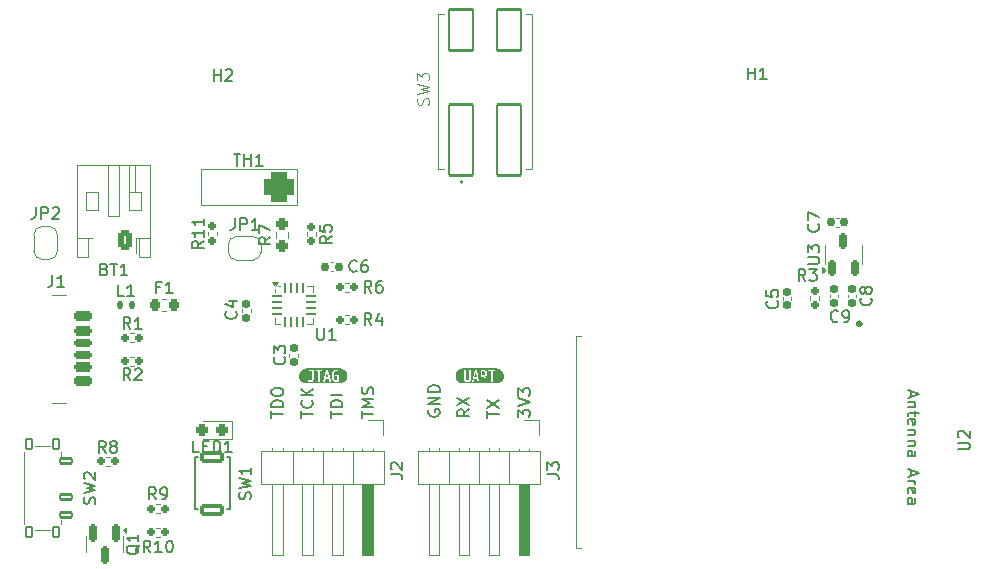
<source format=gbr>
%TF.GenerationSoftware,KiCad,Pcbnew,9.0.2*%
%TF.CreationDate,2025-06-26T16:23:08+02:00*%
%TF.ProjectId,button-rounded,62757474-6f6e-42d7-926f-756e6465642e,rev?*%
%TF.SameCoordinates,Original*%
%TF.FileFunction,Legend,Top*%
%TF.FilePolarity,Positive*%
%FSLAX46Y46*%
G04 Gerber Fmt 4.6, Leading zero omitted, Abs format (unit mm)*
G04 Created by KiCad (PCBNEW 9.0.2) date 2025-06-26 16:23:08*
%MOMM*%
%LPD*%
G01*
G04 APERTURE LIST*
G04 Aperture macros list*
%AMRoundRect*
0 Rectangle with rounded corners*
0 $1 Rounding radius*
0 $2 $3 $4 $5 $6 $7 $8 $9 X,Y pos of 4 corners*
0 Add a 4 corners polygon primitive as box body*
4,1,4,$2,$3,$4,$5,$6,$7,$8,$9,$2,$3,0*
0 Add four circle primitives for the rounded corners*
1,1,$1+$1,$2,$3*
1,1,$1+$1,$4,$5*
1,1,$1+$1,$6,$7*
1,1,$1+$1,$8,$9*
0 Add four rect primitives between the rounded corners*
20,1,$1+$1,$2,$3,$4,$5,0*
20,1,$1+$1,$4,$5,$6,$7,0*
20,1,$1+$1,$6,$7,$8,$9,0*
20,1,$1+$1,$8,$9,$2,$3,0*%
%AMFreePoly0*
4,1,23,0.500000,-0.750000,0.000000,-0.750000,0.000000,-0.745722,-0.065263,-0.745722,-0.191342,-0.711940,-0.304381,-0.646677,-0.396677,-0.554381,-0.461940,-0.441342,-0.495722,-0.315263,-0.495722,-0.250000,-0.500000,-0.250000,-0.500000,0.250000,-0.495722,0.250000,-0.495722,0.315263,-0.461940,0.441342,-0.396677,0.554381,-0.304381,0.646677,-0.191342,0.711940,-0.065263,0.745722,0.000000,0.745722,
0.000000,0.750000,0.500000,0.750000,0.500000,-0.750000,0.500000,-0.750000,$1*%
%AMFreePoly1*
4,1,23,0.000000,0.745722,0.065263,0.745722,0.191342,0.711940,0.304381,0.646677,0.396677,0.554381,0.461940,0.441342,0.495722,0.315263,0.495722,0.250000,0.500000,0.250000,0.500000,-0.250000,0.495722,-0.250000,0.495722,-0.315263,0.461940,-0.441342,0.396677,-0.554381,0.304381,-0.646677,0.191342,-0.711940,0.065263,-0.745722,0.000000,-0.745722,0.000000,-0.750000,-0.500000,-0.750000,
-0.500000,0.750000,0.000000,0.750000,0.000000,0.745722,0.000000,0.745722,$1*%
G04 Aperture macros list end*
%ADD10C,0.150000*%
%ADD11C,0.100000*%
%ADD12C,0.120000*%
%ADD13C,0.000000*%
%ADD14C,0.200000*%
%ADD15C,0.127000*%
%ADD16C,0.300000*%
%ADD17RoundRect,0.150000X-0.150000X0.587500X-0.150000X-0.587500X0.150000X-0.587500X0.150000X0.587500X0*%
%ADD18FreePoly0,90.000000*%
%ADD19FreePoly1,90.000000*%
%ADD20RoundRect,0.155000X0.212500X0.155000X-0.212500X0.155000X-0.212500X-0.155000X0.212500X-0.155000X0*%
%ADD21RoundRect,0.218750X-0.218750X-0.256250X0.218750X-0.256250X0.218750X0.256250X-0.218750X0.256250X0*%
%ADD22RoundRect,0.155000X-0.155000X0.212500X-0.155000X-0.212500X0.155000X-0.212500X0.155000X0.212500X0*%
%ADD23C,2.200000*%
%ADD24RoundRect,0.160000X-0.197500X-0.160000X0.197500X-0.160000X0.197500X0.160000X-0.197500X0.160000X0*%
%ADD25RoundRect,0.160000X0.197500X0.160000X-0.197500X0.160000X-0.197500X-0.160000X0.197500X-0.160000X0*%
%ADD26RoundRect,0.175000X-0.625000X0.175000X-0.625000X-0.175000X0.625000X-0.175000X0.625000X0.175000X0*%
%ADD27RoundRect,0.200000X-0.600000X0.200000X-0.600000X-0.200000X0.600000X-0.200000X0.600000X0.200000X0*%
%ADD28RoundRect,0.225000X-0.575000X0.225000X-0.575000X-0.225000X0.575000X-0.225000X0.575000X0.225000X0*%
%ADD29O,1.700000X1.000000*%
%ADD30R,1.700000X1.700000*%
%ADD31C,1.700000*%
%ADD32RoundRect,0.160000X-0.160000X0.197500X-0.160000X-0.197500X0.160000X-0.197500X0.160000X0.197500X0*%
%ADD33RoundRect,0.102000X1.000000X-3.000000X1.000000X3.000000X-1.000000X3.000000X-1.000000X-3.000000X0*%
%ADD34RoundRect,0.102000X1.000000X-1.750000X1.000000X1.750000X-1.000000X1.750000X-1.000000X-1.750000X0*%
%ADD35RoundRect,0.650000X0.650000X0.650000X-0.650000X0.650000X-0.650000X-0.650000X0.650000X-0.650000X0*%
%ADD36C,2.600000*%
%ADD37RoundRect,0.250000X0.350000X0.625000X-0.350000X0.625000X-0.350000X-0.625000X0.350000X-0.625000X0*%
%ADD38O,1.200000X1.750000*%
%ADD39RoundRect,0.237500X0.287500X0.237500X-0.287500X0.237500X-0.287500X-0.237500X0.287500X-0.237500X0*%
%ADD40RoundRect,0.160000X0.160000X-0.197500X0.160000X0.197500X-0.160000X0.197500X-0.160000X-0.197500X0*%
%ADD41RoundRect,0.155000X0.155000X-0.212500X0.155000X0.212500X-0.155000X0.212500X-0.155000X-0.212500X0*%
%ADD42RoundRect,0.062500X-0.375000X-0.062500X0.375000X-0.062500X0.375000X0.062500X-0.375000X0.062500X0*%
%ADD43RoundRect,0.062500X-0.062500X-0.375000X0.062500X-0.375000X0.062500X0.375000X-0.062500X0.375000X0*%
%ADD44R,1.600000X1.600000*%
%ADD45RoundRect,0.157500X0.842500X-0.367500X0.842500X0.367500X-0.842500X0.367500X-0.842500X-0.367500X0*%
%ADD46RoundRect,0.147500X-0.147500X-0.172500X0.147500X-0.172500X0.147500X0.172500X-0.147500X0.172500X0*%
%ADD47R,0.900000X1.500000*%
%ADD48R,0.900000X0.900000*%
%ADD49C,0.850000*%
%ADD50RoundRect,0.090000X-0.535000X0.210000X-0.535000X-0.210000X0.535000X-0.210000X0.535000X0.210000X0*%
%ADD51RoundRect,0.105000X-0.245000X-0.445000X0.245000X-0.445000X0.245000X0.445000X-0.245000X0.445000X0*%
%ADD52RoundRect,0.237500X0.237500X-0.250000X0.237500X0.250000X-0.237500X0.250000X-0.237500X-0.250000X0*%
%ADD53RoundRect,0.150000X0.150000X-0.512500X0.150000X0.512500X-0.150000X0.512500X-0.150000X-0.512500X0*%
%ADD54FreePoly0,0.000000*%
%ADD55FreePoly1,0.000000*%
G04 APERTURE END LIST*
D10*
X222369819Y-123556077D02*
X222369819Y-122984649D01*
X223369819Y-123270363D02*
X222369819Y-123270363D01*
X222369819Y-122746553D02*
X223369819Y-122079887D01*
X222369819Y-122079887D02*
X223369819Y-122746553D01*
X204119819Y-123556077D02*
X204119819Y-122984649D01*
X205119819Y-123270363D02*
X204119819Y-123270363D01*
X205119819Y-122651315D02*
X204119819Y-122651315D01*
X204119819Y-122651315D02*
X204119819Y-122413220D01*
X204119819Y-122413220D02*
X204167438Y-122270363D01*
X204167438Y-122270363D02*
X204262676Y-122175125D01*
X204262676Y-122175125D02*
X204357914Y-122127506D01*
X204357914Y-122127506D02*
X204548390Y-122079887D01*
X204548390Y-122079887D02*
X204691247Y-122079887D01*
X204691247Y-122079887D02*
X204881723Y-122127506D01*
X204881723Y-122127506D02*
X204976961Y-122175125D01*
X204976961Y-122175125D02*
X205072200Y-122270363D01*
X205072200Y-122270363D02*
X205119819Y-122413220D01*
X205119819Y-122413220D02*
X205119819Y-122651315D01*
X204119819Y-121460839D02*
X204119819Y-121270363D01*
X204119819Y-121270363D02*
X204167438Y-121175125D01*
X204167438Y-121175125D02*
X204262676Y-121079887D01*
X204262676Y-121079887D02*
X204453152Y-121032268D01*
X204453152Y-121032268D02*
X204786485Y-121032268D01*
X204786485Y-121032268D02*
X204976961Y-121079887D01*
X204976961Y-121079887D02*
X205072200Y-121175125D01*
X205072200Y-121175125D02*
X205119819Y-121270363D01*
X205119819Y-121270363D02*
X205119819Y-121460839D01*
X205119819Y-121460839D02*
X205072200Y-121556077D01*
X205072200Y-121556077D02*
X204976961Y-121651315D01*
X204976961Y-121651315D02*
X204786485Y-121698934D01*
X204786485Y-121698934D02*
X204453152Y-121698934D01*
X204453152Y-121698934D02*
X204262676Y-121651315D01*
X204262676Y-121651315D02*
X204167438Y-121556077D01*
X204167438Y-121556077D02*
X204119819Y-121460839D01*
X217417438Y-122889411D02*
X217369819Y-122984649D01*
X217369819Y-122984649D02*
X217369819Y-123127506D01*
X217369819Y-123127506D02*
X217417438Y-123270363D01*
X217417438Y-123270363D02*
X217512676Y-123365601D01*
X217512676Y-123365601D02*
X217607914Y-123413220D01*
X217607914Y-123413220D02*
X217798390Y-123460839D01*
X217798390Y-123460839D02*
X217941247Y-123460839D01*
X217941247Y-123460839D02*
X218131723Y-123413220D01*
X218131723Y-123413220D02*
X218226961Y-123365601D01*
X218226961Y-123365601D02*
X218322200Y-123270363D01*
X218322200Y-123270363D02*
X218369819Y-123127506D01*
X218369819Y-123127506D02*
X218369819Y-123032268D01*
X218369819Y-123032268D02*
X218322200Y-122889411D01*
X218322200Y-122889411D02*
X218274580Y-122841792D01*
X218274580Y-122841792D02*
X217941247Y-122841792D01*
X217941247Y-122841792D02*
X217941247Y-123032268D01*
X218369819Y-122413220D02*
X217369819Y-122413220D01*
X217369819Y-122413220D02*
X218369819Y-121841792D01*
X218369819Y-121841792D02*
X217369819Y-121841792D01*
X218369819Y-121365601D02*
X217369819Y-121365601D01*
X217369819Y-121365601D02*
X217369819Y-121127506D01*
X217369819Y-121127506D02*
X217417438Y-120984649D01*
X217417438Y-120984649D02*
X217512676Y-120889411D01*
X217512676Y-120889411D02*
X217607914Y-120841792D01*
X217607914Y-120841792D02*
X217798390Y-120794173D01*
X217798390Y-120794173D02*
X217941247Y-120794173D01*
X217941247Y-120794173D02*
X218131723Y-120841792D01*
X218131723Y-120841792D02*
X218226961Y-120889411D01*
X218226961Y-120889411D02*
X218322200Y-120984649D01*
X218322200Y-120984649D02*
X218369819Y-121127506D01*
X218369819Y-121127506D02*
X218369819Y-121365601D01*
X225004819Y-123488458D02*
X225004819Y-122869411D01*
X225004819Y-122869411D02*
X225385771Y-123202744D01*
X225385771Y-123202744D02*
X225385771Y-123059887D01*
X225385771Y-123059887D02*
X225433390Y-122964649D01*
X225433390Y-122964649D02*
X225481009Y-122917030D01*
X225481009Y-122917030D02*
X225576247Y-122869411D01*
X225576247Y-122869411D02*
X225814342Y-122869411D01*
X225814342Y-122869411D02*
X225909580Y-122917030D01*
X225909580Y-122917030D02*
X225957200Y-122964649D01*
X225957200Y-122964649D02*
X226004819Y-123059887D01*
X226004819Y-123059887D02*
X226004819Y-123345601D01*
X226004819Y-123345601D02*
X225957200Y-123440839D01*
X225957200Y-123440839D02*
X225909580Y-123488458D01*
X225004819Y-122583696D02*
X226004819Y-122250363D01*
X226004819Y-122250363D02*
X225004819Y-121917030D01*
X225004819Y-121678934D02*
X225004819Y-121059887D01*
X225004819Y-121059887D02*
X225385771Y-121393220D01*
X225385771Y-121393220D02*
X225385771Y-121250363D01*
X225385771Y-121250363D02*
X225433390Y-121155125D01*
X225433390Y-121155125D02*
X225481009Y-121107506D01*
X225481009Y-121107506D02*
X225576247Y-121059887D01*
X225576247Y-121059887D02*
X225814342Y-121059887D01*
X225814342Y-121059887D02*
X225909580Y-121107506D01*
X225909580Y-121107506D02*
X225957200Y-121155125D01*
X225957200Y-121155125D02*
X226004819Y-121250363D01*
X226004819Y-121250363D02*
X226004819Y-121536077D01*
X226004819Y-121536077D02*
X225957200Y-121631315D01*
X225957200Y-121631315D02*
X225909580Y-121678934D01*
X220869819Y-122841792D02*
X220393628Y-123175125D01*
X220869819Y-123413220D02*
X219869819Y-123413220D01*
X219869819Y-123413220D02*
X219869819Y-123032268D01*
X219869819Y-123032268D02*
X219917438Y-122937030D01*
X219917438Y-122937030D02*
X219965057Y-122889411D01*
X219965057Y-122889411D02*
X220060295Y-122841792D01*
X220060295Y-122841792D02*
X220203152Y-122841792D01*
X220203152Y-122841792D02*
X220298390Y-122889411D01*
X220298390Y-122889411D02*
X220346009Y-122937030D01*
X220346009Y-122937030D02*
X220393628Y-123032268D01*
X220393628Y-123032268D02*
X220393628Y-123413220D01*
X219869819Y-122508458D02*
X220869819Y-121841792D01*
X219869819Y-121841792D02*
X220869819Y-122508458D01*
X209119819Y-123556077D02*
X209119819Y-122984649D01*
X210119819Y-123270363D02*
X209119819Y-123270363D01*
X210119819Y-122651315D02*
X209119819Y-122651315D01*
X209119819Y-122651315D02*
X209119819Y-122413220D01*
X209119819Y-122413220D02*
X209167438Y-122270363D01*
X209167438Y-122270363D02*
X209262676Y-122175125D01*
X209262676Y-122175125D02*
X209357914Y-122127506D01*
X209357914Y-122127506D02*
X209548390Y-122079887D01*
X209548390Y-122079887D02*
X209691247Y-122079887D01*
X209691247Y-122079887D02*
X209881723Y-122127506D01*
X209881723Y-122127506D02*
X209976961Y-122175125D01*
X209976961Y-122175125D02*
X210072200Y-122270363D01*
X210072200Y-122270363D02*
X210119819Y-122413220D01*
X210119819Y-122413220D02*
X210119819Y-122651315D01*
X210119819Y-121651315D02*
X209119819Y-121651315D01*
X211754819Y-123536077D02*
X211754819Y-122964649D01*
X212754819Y-123250363D02*
X211754819Y-123250363D01*
X212754819Y-122631315D02*
X211754819Y-122631315D01*
X211754819Y-122631315D02*
X212469104Y-122297982D01*
X212469104Y-122297982D02*
X211754819Y-121964649D01*
X211754819Y-121964649D02*
X212754819Y-121964649D01*
X212707200Y-121536077D02*
X212754819Y-121393220D01*
X212754819Y-121393220D02*
X212754819Y-121155125D01*
X212754819Y-121155125D02*
X212707200Y-121059887D01*
X212707200Y-121059887D02*
X212659580Y-121012268D01*
X212659580Y-121012268D02*
X212564342Y-120964649D01*
X212564342Y-120964649D02*
X212469104Y-120964649D01*
X212469104Y-120964649D02*
X212373866Y-121012268D01*
X212373866Y-121012268D02*
X212326247Y-121059887D01*
X212326247Y-121059887D02*
X212278628Y-121155125D01*
X212278628Y-121155125D02*
X212231009Y-121345601D01*
X212231009Y-121345601D02*
X212183390Y-121440839D01*
X212183390Y-121440839D02*
X212135771Y-121488458D01*
X212135771Y-121488458D02*
X212040533Y-121536077D01*
X212040533Y-121536077D02*
X211945295Y-121536077D01*
X211945295Y-121536077D02*
X211850057Y-121488458D01*
X211850057Y-121488458D02*
X211802438Y-121440839D01*
X211802438Y-121440839D02*
X211754819Y-121345601D01*
X211754819Y-121345601D02*
X211754819Y-121107506D01*
X211754819Y-121107506D02*
X211802438Y-120964649D01*
X206619819Y-123556077D02*
X206619819Y-122984649D01*
X207619819Y-123270363D02*
X206619819Y-123270363D01*
X207524580Y-122079887D02*
X207572200Y-122127506D01*
X207572200Y-122127506D02*
X207619819Y-122270363D01*
X207619819Y-122270363D02*
X207619819Y-122365601D01*
X207619819Y-122365601D02*
X207572200Y-122508458D01*
X207572200Y-122508458D02*
X207476961Y-122603696D01*
X207476961Y-122603696D02*
X207381723Y-122651315D01*
X207381723Y-122651315D02*
X207191247Y-122698934D01*
X207191247Y-122698934D02*
X207048390Y-122698934D01*
X207048390Y-122698934D02*
X206857914Y-122651315D01*
X206857914Y-122651315D02*
X206762676Y-122603696D01*
X206762676Y-122603696D02*
X206667438Y-122508458D01*
X206667438Y-122508458D02*
X206619819Y-122365601D01*
X206619819Y-122365601D02*
X206619819Y-122270363D01*
X206619819Y-122270363D02*
X206667438Y-122127506D01*
X206667438Y-122127506D02*
X206715057Y-122079887D01*
X207619819Y-121651315D02*
X206619819Y-121651315D01*
X207619819Y-121079887D02*
X207048390Y-121508458D01*
X206619819Y-121079887D02*
X207191247Y-121651315D01*
X192950057Y-134345238D02*
X192902438Y-134440476D01*
X192902438Y-134440476D02*
X192807200Y-134535714D01*
X192807200Y-134535714D02*
X192664342Y-134678571D01*
X192664342Y-134678571D02*
X192616723Y-134773809D01*
X192616723Y-134773809D02*
X192616723Y-134869047D01*
X192854819Y-134821428D02*
X192807200Y-134916666D01*
X192807200Y-134916666D02*
X192711961Y-135011904D01*
X192711961Y-135011904D02*
X192521485Y-135059523D01*
X192521485Y-135059523D02*
X192188152Y-135059523D01*
X192188152Y-135059523D02*
X191997676Y-135011904D01*
X191997676Y-135011904D02*
X191902438Y-134916666D01*
X191902438Y-134916666D02*
X191854819Y-134821428D01*
X191854819Y-134821428D02*
X191854819Y-134630952D01*
X191854819Y-134630952D02*
X191902438Y-134535714D01*
X191902438Y-134535714D02*
X191997676Y-134440476D01*
X191997676Y-134440476D02*
X192188152Y-134392857D01*
X192188152Y-134392857D02*
X192521485Y-134392857D01*
X192521485Y-134392857D02*
X192711961Y-134440476D01*
X192711961Y-134440476D02*
X192807200Y-134535714D01*
X192807200Y-134535714D02*
X192854819Y-134630952D01*
X192854819Y-134630952D02*
X192854819Y-134821428D01*
X192854819Y-133440476D02*
X192854819Y-134011904D01*
X192854819Y-133726190D02*
X191854819Y-133726190D01*
X191854819Y-133726190D02*
X191997676Y-133821428D01*
X191997676Y-133821428D02*
X192092914Y-133916666D01*
X192092914Y-133916666D02*
X192140533Y-134011904D01*
X184166666Y-105704819D02*
X184166666Y-106419104D01*
X184166666Y-106419104D02*
X184119047Y-106561961D01*
X184119047Y-106561961D02*
X184023809Y-106657200D01*
X184023809Y-106657200D02*
X183880952Y-106704819D01*
X183880952Y-106704819D02*
X183785714Y-106704819D01*
X184642857Y-106704819D02*
X184642857Y-105704819D01*
X184642857Y-105704819D02*
X185023809Y-105704819D01*
X185023809Y-105704819D02*
X185119047Y-105752438D01*
X185119047Y-105752438D02*
X185166666Y-105800057D01*
X185166666Y-105800057D02*
X185214285Y-105895295D01*
X185214285Y-105895295D02*
X185214285Y-106038152D01*
X185214285Y-106038152D02*
X185166666Y-106133390D01*
X185166666Y-106133390D02*
X185119047Y-106181009D01*
X185119047Y-106181009D02*
X185023809Y-106228628D01*
X185023809Y-106228628D02*
X184642857Y-106228628D01*
X185595238Y-105800057D02*
X185642857Y-105752438D01*
X185642857Y-105752438D02*
X185738095Y-105704819D01*
X185738095Y-105704819D02*
X185976190Y-105704819D01*
X185976190Y-105704819D02*
X186071428Y-105752438D01*
X186071428Y-105752438D02*
X186119047Y-105800057D01*
X186119047Y-105800057D02*
X186166666Y-105895295D01*
X186166666Y-105895295D02*
X186166666Y-105990533D01*
X186166666Y-105990533D02*
X186119047Y-106133390D01*
X186119047Y-106133390D02*
X185547619Y-106704819D01*
X185547619Y-106704819D02*
X186166666Y-106704819D01*
X250409580Y-107166666D02*
X250457200Y-107214285D01*
X250457200Y-107214285D02*
X250504819Y-107357142D01*
X250504819Y-107357142D02*
X250504819Y-107452380D01*
X250504819Y-107452380D02*
X250457200Y-107595237D01*
X250457200Y-107595237D02*
X250361961Y-107690475D01*
X250361961Y-107690475D02*
X250266723Y-107738094D01*
X250266723Y-107738094D02*
X250076247Y-107785713D01*
X250076247Y-107785713D02*
X249933390Y-107785713D01*
X249933390Y-107785713D02*
X249742914Y-107738094D01*
X249742914Y-107738094D02*
X249647676Y-107690475D01*
X249647676Y-107690475D02*
X249552438Y-107595237D01*
X249552438Y-107595237D02*
X249504819Y-107452380D01*
X249504819Y-107452380D02*
X249504819Y-107357142D01*
X249504819Y-107357142D02*
X249552438Y-107214285D01*
X249552438Y-107214285D02*
X249600057Y-107166666D01*
X249504819Y-106833332D02*
X249504819Y-106166666D01*
X249504819Y-106166666D02*
X250504819Y-106595237D01*
X194704166Y-112501009D02*
X194370833Y-112501009D01*
X194370833Y-113024819D02*
X194370833Y-112024819D01*
X194370833Y-112024819D02*
X194847023Y-112024819D01*
X195751785Y-113024819D02*
X195180357Y-113024819D01*
X195466071Y-113024819D02*
X195466071Y-112024819D01*
X195466071Y-112024819D02*
X195370833Y-112167676D01*
X195370833Y-112167676D02*
X195275595Y-112262914D01*
X195275595Y-112262914D02*
X195180357Y-112310533D01*
X254859580Y-113416666D02*
X254907200Y-113464285D01*
X254907200Y-113464285D02*
X254954819Y-113607142D01*
X254954819Y-113607142D02*
X254954819Y-113702380D01*
X254954819Y-113702380D02*
X254907200Y-113845237D01*
X254907200Y-113845237D02*
X254811961Y-113940475D01*
X254811961Y-113940475D02*
X254716723Y-113988094D01*
X254716723Y-113988094D02*
X254526247Y-114035713D01*
X254526247Y-114035713D02*
X254383390Y-114035713D01*
X254383390Y-114035713D02*
X254192914Y-113988094D01*
X254192914Y-113988094D02*
X254097676Y-113940475D01*
X254097676Y-113940475D02*
X254002438Y-113845237D01*
X254002438Y-113845237D02*
X253954819Y-113702380D01*
X253954819Y-113702380D02*
X253954819Y-113607142D01*
X253954819Y-113607142D02*
X254002438Y-113464285D01*
X254002438Y-113464285D02*
X254050057Y-113416666D01*
X254383390Y-112845237D02*
X254335771Y-112940475D01*
X254335771Y-112940475D02*
X254288152Y-112988094D01*
X254288152Y-112988094D02*
X254192914Y-113035713D01*
X254192914Y-113035713D02*
X254145295Y-113035713D01*
X254145295Y-113035713D02*
X254050057Y-112988094D01*
X254050057Y-112988094D02*
X254002438Y-112940475D01*
X254002438Y-112940475D02*
X253954819Y-112845237D01*
X253954819Y-112845237D02*
X253954819Y-112654761D01*
X253954819Y-112654761D02*
X254002438Y-112559523D01*
X254002438Y-112559523D02*
X254050057Y-112511904D01*
X254050057Y-112511904D02*
X254145295Y-112464285D01*
X254145295Y-112464285D02*
X254192914Y-112464285D01*
X254192914Y-112464285D02*
X254288152Y-112511904D01*
X254288152Y-112511904D02*
X254335771Y-112559523D01*
X254335771Y-112559523D02*
X254383390Y-112654761D01*
X254383390Y-112654761D02*
X254383390Y-112845237D01*
X254383390Y-112845237D02*
X254431009Y-112940475D01*
X254431009Y-112940475D02*
X254478628Y-112988094D01*
X254478628Y-112988094D02*
X254573866Y-113035713D01*
X254573866Y-113035713D02*
X254764342Y-113035713D01*
X254764342Y-113035713D02*
X254859580Y-112988094D01*
X254859580Y-112988094D02*
X254907200Y-112940475D01*
X254907200Y-112940475D02*
X254954819Y-112845237D01*
X254954819Y-112845237D02*
X254954819Y-112654761D01*
X254954819Y-112654761D02*
X254907200Y-112559523D01*
X254907200Y-112559523D02*
X254859580Y-112511904D01*
X254859580Y-112511904D02*
X254764342Y-112464285D01*
X254764342Y-112464285D02*
X254573866Y-112464285D01*
X254573866Y-112464285D02*
X254478628Y-112511904D01*
X254478628Y-112511904D02*
X254431009Y-112559523D01*
X254431009Y-112559523D02*
X254383390Y-112654761D01*
X199238095Y-95054819D02*
X199238095Y-94054819D01*
X199238095Y-94531009D02*
X199809523Y-94531009D01*
X199809523Y-95054819D02*
X199809523Y-94054819D01*
X200238095Y-94150057D02*
X200285714Y-94102438D01*
X200285714Y-94102438D02*
X200380952Y-94054819D01*
X200380952Y-94054819D02*
X200619047Y-94054819D01*
X200619047Y-94054819D02*
X200714285Y-94102438D01*
X200714285Y-94102438D02*
X200761904Y-94150057D01*
X200761904Y-94150057D02*
X200809523Y-94245295D01*
X200809523Y-94245295D02*
X200809523Y-94340533D01*
X200809523Y-94340533D02*
X200761904Y-94483390D01*
X200761904Y-94483390D02*
X200190476Y-95054819D01*
X200190476Y-95054819D02*
X200809523Y-95054819D01*
X212583333Y-112954819D02*
X212250000Y-112478628D01*
X212011905Y-112954819D02*
X212011905Y-111954819D01*
X212011905Y-111954819D02*
X212392857Y-111954819D01*
X212392857Y-111954819D02*
X212488095Y-112002438D01*
X212488095Y-112002438D02*
X212535714Y-112050057D01*
X212535714Y-112050057D02*
X212583333Y-112145295D01*
X212583333Y-112145295D02*
X212583333Y-112288152D01*
X212583333Y-112288152D02*
X212535714Y-112383390D01*
X212535714Y-112383390D02*
X212488095Y-112431009D01*
X212488095Y-112431009D02*
X212392857Y-112478628D01*
X212392857Y-112478628D02*
X212011905Y-112478628D01*
X213440476Y-111954819D02*
X213250000Y-111954819D01*
X213250000Y-111954819D02*
X213154762Y-112002438D01*
X213154762Y-112002438D02*
X213107143Y-112050057D01*
X213107143Y-112050057D02*
X213011905Y-112192914D01*
X213011905Y-112192914D02*
X212964286Y-112383390D01*
X212964286Y-112383390D02*
X212964286Y-112764342D01*
X212964286Y-112764342D02*
X213011905Y-112859580D01*
X213011905Y-112859580D02*
X213059524Y-112907200D01*
X213059524Y-112907200D02*
X213154762Y-112954819D01*
X213154762Y-112954819D02*
X213345238Y-112954819D01*
X213345238Y-112954819D02*
X213440476Y-112907200D01*
X213440476Y-112907200D02*
X213488095Y-112859580D01*
X213488095Y-112859580D02*
X213535714Y-112764342D01*
X213535714Y-112764342D02*
X213535714Y-112526247D01*
X213535714Y-112526247D02*
X213488095Y-112431009D01*
X213488095Y-112431009D02*
X213440476Y-112383390D01*
X213440476Y-112383390D02*
X213345238Y-112335771D01*
X213345238Y-112335771D02*
X213154762Y-112335771D01*
X213154762Y-112335771D02*
X213059524Y-112383390D01*
X213059524Y-112383390D02*
X213011905Y-112431009D01*
X213011905Y-112431009D02*
X212964286Y-112526247D01*
X192180833Y-120374819D02*
X191847500Y-119898628D01*
X191609405Y-120374819D02*
X191609405Y-119374819D01*
X191609405Y-119374819D02*
X191990357Y-119374819D01*
X191990357Y-119374819D02*
X192085595Y-119422438D01*
X192085595Y-119422438D02*
X192133214Y-119470057D01*
X192133214Y-119470057D02*
X192180833Y-119565295D01*
X192180833Y-119565295D02*
X192180833Y-119708152D01*
X192180833Y-119708152D02*
X192133214Y-119803390D01*
X192133214Y-119803390D02*
X192085595Y-119851009D01*
X192085595Y-119851009D02*
X191990357Y-119898628D01*
X191990357Y-119898628D02*
X191609405Y-119898628D01*
X192561786Y-119470057D02*
X192609405Y-119422438D01*
X192609405Y-119422438D02*
X192704643Y-119374819D01*
X192704643Y-119374819D02*
X192942738Y-119374819D01*
X192942738Y-119374819D02*
X193037976Y-119422438D01*
X193037976Y-119422438D02*
X193085595Y-119470057D01*
X193085595Y-119470057D02*
X193133214Y-119565295D01*
X193133214Y-119565295D02*
X193133214Y-119660533D01*
X193133214Y-119660533D02*
X193085595Y-119803390D01*
X193085595Y-119803390D02*
X192514167Y-120374819D01*
X192514167Y-120374819D02*
X193133214Y-120374819D01*
X185566666Y-111454819D02*
X185566666Y-112169104D01*
X185566666Y-112169104D02*
X185519047Y-112311961D01*
X185519047Y-112311961D02*
X185423809Y-112407200D01*
X185423809Y-112407200D02*
X185280952Y-112454819D01*
X185280952Y-112454819D02*
X185185714Y-112454819D01*
X186566666Y-112454819D02*
X185995238Y-112454819D01*
X186280952Y-112454819D02*
X186280952Y-111454819D01*
X186280952Y-111454819D02*
X186185714Y-111597676D01*
X186185714Y-111597676D02*
X186090476Y-111692914D01*
X186090476Y-111692914D02*
X185995238Y-111740533D01*
X214204819Y-128333333D02*
X214919104Y-128333333D01*
X214919104Y-128333333D02*
X215061961Y-128380952D01*
X215061961Y-128380952D02*
X215157200Y-128476190D01*
X215157200Y-128476190D02*
X215204819Y-128619047D01*
X215204819Y-128619047D02*
X215204819Y-128714285D01*
X214300057Y-127904761D02*
X214252438Y-127857142D01*
X214252438Y-127857142D02*
X214204819Y-127761904D01*
X214204819Y-127761904D02*
X214204819Y-127523809D01*
X214204819Y-127523809D02*
X214252438Y-127428571D01*
X214252438Y-127428571D02*
X214300057Y-127380952D01*
X214300057Y-127380952D02*
X214395295Y-127333333D01*
X214395295Y-127333333D02*
X214490533Y-127333333D01*
X214490533Y-127333333D02*
X214633390Y-127380952D01*
X214633390Y-127380952D02*
X215204819Y-127952380D01*
X215204819Y-127952380D02*
X215204819Y-127333333D01*
X249333333Y-111954819D02*
X249000000Y-111478628D01*
X248761905Y-111954819D02*
X248761905Y-110954819D01*
X248761905Y-110954819D02*
X249142857Y-110954819D01*
X249142857Y-110954819D02*
X249238095Y-111002438D01*
X249238095Y-111002438D02*
X249285714Y-111050057D01*
X249285714Y-111050057D02*
X249333333Y-111145295D01*
X249333333Y-111145295D02*
X249333333Y-111288152D01*
X249333333Y-111288152D02*
X249285714Y-111383390D01*
X249285714Y-111383390D02*
X249238095Y-111431009D01*
X249238095Y-111431009D02*
X249142857Y-111478628D01*
X249142857Y-111478628D02*
X248761905Y-111478628D01*
X249666667Y-110954819D02*
X250285714Y-110954819D01*
X250285714Y-110954819D02*
X249952381Y-111335771D01*
X249952381Y-111335771D02*
X250095238Y-111335771D01*
X250095238Y-111335771D02*
X250190476Y-111383390D01*
X250190476Y-111383390D02*
X250238095Y-111431009D01*
X250238095Y-111431009D02*
X250285714Y-111526247D01*
X250285714Y-111526247D02*
X250285714Y-111764342D01*
X250285714Y-111764342D02*
X250238095Y-111859580D01*
X250238095Y-111859580D02*
X250190476Y-111907200D01*
X250190476Y-111907200D02*
X250095238Y-111954819D01*
X250095238Y-111954819D02*
X249809524Y-111954819D01*
X249809524Y-111954819D02*
X249714286Y-111907200D01*
X249714286Y-111907200D02*
X249666667Y-111859580D01*
D11*
X217409800Y-97033332D02*
X217457419Y-96890475D01*
X217457419Y-96890475D02*
X217457419Y-96652380D01*
X217457419Y-96652380D02*
X217409800Y-96557142D01*
X217409800Y-96557142D02*
X217362180Y-96509523D01*
X217362180Y-96509523D02*
X217266942Y-96461904D01*
X217266942Y-96461904D02*
X217171704Y-96461904D01*
X217171704Y-96461904D02*
X217076466Y-96509523D01*
X217076466Y-96509523D02*
X217028847Y-96557142D01*
X217028847Y-96557142D02*
X216981228Y-96652380D01*
X216981228Y-96652380D02*
X216933609Y-96842856D01*
X216933609Y-96842856D02*
X216885990Y-96938094D01*
X216885990Y-96938094D02*
X216838371Y-96985713D01*
X216838371Y-96985713D02*
X216743133Y-97033332D01*
X216743133Y-97033332D02*
X216647895Y-97033332D01*
X216647895Y-97033332D02*
X216552657Y-96985713D01*
X216552657Y-96985713D02*
X216505038Y-96938094D01*
X216505038Y-96938094D02*
X216457419Y-96842856D01*
X216457419Y-96842856D02*
X216457419Y-96604761D01*
X216457419Y-96604761D02*
X216505038Y-96461904D01*
X216457419Y-96128570D02*
X217457419Y-95890475D01*
X217457419Y-95890475D02*
X216743133Y-95699999D01*
X216743133Y-95699999D02*
X217457419Y-95509523D01*
X217457419Y-95509523D02*
X216457419Y-95271428D01*
X216457419Y-94985713D02*
X216457419Y-94366666D01*
X216457419Y-94366666D02*
X216838371Y-94699999D01*
X216838371Y-94699999D02*
X216838371Y-94557142D01*
X216838371Y-94557142D02*
X216885990Y-94461904D01*
X216885990Y-94461904D02*
X216933609Y-94414285D01*
X216933609Y-94414285D02*
X217028847Y-94366666D01*
X217028847Y-94366666D02*
X217266942Y-94366666D01*
X217266942Y-94366666D02*
X217362180Y-94414285D01*
X217362180Y-94414285D02*
X217409800Y-94461904D01*
X217409800Y-94461904D02*
X217457419Y-94557142D01*
X217457419Y-94557142D02*
X217457419Y-94842856D01*
X217457419Y-94842856D02*
X217409800Y-94938094D01*
X217409800Y-94938094D02*
X217362180Y-94985713D01*
D10*
X200914286Y-101204819D02*
X201485714Y-101204819D01*
X201200000Y-102204819D02*
X201200000Y-101204819D01*
X201819048Y-102204819D02*
X201819048Y-101204819D01*
X201819048Y-101681009D02*
X202390476Y-101681009D01*
X202390476Y-102204819D02*
X202390476Y-101204819D01*
X203390476Y-102204819D02*
X202819048Y-102204819D01*
X203104762Y-102204819D02*
X203104762Y-101204819D01*
X203104762Y-101204819D02*
X203009524Y-101347676D01*
X203009524Y-101347676D02*
X202914286Y-101442914D01*
X202914286Y-101442914D02*
X202819048Y-101490533D01*
X189964285Y-110981009D02*
X190107142Y-111028628D01*
X190107142Y-111028628D02*
X190154761Y-111076247D01*
X190154761Y-111076247D02*
X190202380Y-111171485D01*
X190202380Y-111171485D02*
X190202380Y-111314342D01*
X190202380Y-111314342D02*
X190154761Y-111409580D01*
X190154761Y-111409580D02*
X190107142Y-111457200D01*
X190107142Y-111457200D02*
X190011904Y-111504819D01*
X190011904Y-111504819D02*
X189630952Y-111504819D01*
X189630952Y-111504819D02*
X189630952Y-110504819D01*
X189630952Y-110504819D02*
X189964285Y-110504819D01*
X189964285Y-110504819D02*
X190059523Y-110552438D01*
X190059523Y-110552438D02*
X190107142Y-110600057D01*
X190107142Y-110600057D02*
X190154761Y-110695295D01*
X190154761Y-110695295D02*
X190154761Y-110790533D01*
X190154761Y-110790533D02*
X190107142Y-110885771D01*
X190107142Y-110885771D02*
X190059523Y-110933390D01*
X190059523Y-110933390D02*
X189964285Y-110981009D01*
X189964285Y-110981009D02*
X189630952Y-110981009D01*
X190488095Y-110504819D02*
X191059523Y-110504819D01*
X190773809Y-111504819D02*
X190773809Y-110504819D01*
X191916666Y-111504819D02*
X191345238Y-111504819D01*
X191630952Y-111504819D02*
X191630952Y-110504819D01*
X191630952Y-110504819D02*
X191535714Y-110647676D01*
X191535714Y-110647676D02*
X191440476Y-110742914D01*
X191440476Y-110742914D02*
X191345238Y-110790533D01*
X197979170Y-126487483D02*
X197502980Y-126487483D01*
X197502980Y-126487483D02*
X197502980Y-125487483D01*
X198312504Y-125963673D02*
X198645837Y-125963673D01*
X198788694Y-126487483D02*
X198312504Y-126487483D01*
X198312504Y-126487483D02*
X198312504Y-125487483D01*
X198312504Y-125487483D02*
X198788694Y-125487483D01*
X199217266Y-126487483D02*
X199217266Y-125487483D01*
X199217266Y-125487483D02*
X199455361Y-125487483D01*
X199455361Y-125487483D02*
X199598218Y-125535102D01*
X199598218Y-125535102D02*
X199693456Y-125630340D01*
X199693456Y-125630340D02*
X199741075Y-125725578D01*
X199741075Y-125725578D02*
X199788694Y-125916054D01*
X199788694Y-125916054D02*
X199788694Y-126058911D01*
X199788694Y-126058911D02*
X199741075Y-126249387D01*
X199741075Y-126249387D02*
X199693456Y-126344625D01*
X199693456Y-126344625D02*
X199598218Y-126439864D01*
X199598218Y-126439864D02*
X199455361Y-126487483D01*
X199455361Y-126487483D02*
X199217266Y-126487483D01*
X200741075Y-126487483D02*
X200169647Y-126487483D01*
X200455361Y-126487483D02*
X200455361Y-125487483D01*
X200455361Y-125487483D02*
X200360123Y-125630340D01*
X200360123Y-125630340D02*
X200264885Y-125725578D01*
X200264885Y-125725578D02*
X200169647Y-125773197D01*
X201109580Y-114550831D02*
X201157200Y-114598450D01*
X201157200Y-114598450D02*
X201204819Y-114741307D01*
X201204819Y-114741307D02*
X201204819Y-114836545D01*
X201204819Y-114836545D02*
X201157200Y-114979402D01*
X201157200Y-114979402D02*
X201061961Y-115074640D01*
X201061961Y-115074640D02*
X200966723Y-115122259D01*
X200966723Y-115122259D02*
X200776247Y-115169878D01*
X200776247Y-115169878D02*
X200633390Y-115169878D01*
X200633390Y-115169878D02*
X200442914Y-115122259D01*
X200442914Y-115122259D02*
X200347676Y-115074640D01*
X200347676Y-115074640D02*
X200252438Y-114979402D01*
X200252438Y-114979402D02*
X200204819Y-114836545D01*
X200204819Y-114836545D02*
X200204819Y-114741307D01*
X200204819Y-114741307D02*
X200252438Y-114598450D01*
X200252438Y-114598450D02*
X200300057Y-114550831D01*
X200538152Y-113693688D02*
X201204819Y-113693688D01*
X200157200Y-113931783D02*
X200871485Y-114169878D01*
X200871485Y-114169878D02*
X200871485Y-113550831D01*
X198384819Y-108592857D02*
X197908628Y-108926190D01*
X198384819Y-109164285D02*
X197384819Y-109164285D01*
X197384819Y-109164285D02*
X197384819Y-108783333D01*
X197384819Y-108783333D02*
X197432438Y-108688095D01*
X197432438Y-108688095D02*
X197480057Y-108640476D01*
X197480057Y-108640476D02*
X197575295Y-108592857D01*
X197575295Y-108592857D02*
X197718152Y-108592857D01*
X197718152Y-108592857D02*
X197813390Y-108640476D01*
X197813390Y-108640476D02*
X197861009Y-108688095D01*
X197861009Y-108688095D02*
X197908628Y-108783333D01*
X197908628Y-108783333D02*
X197908628Y-109164285D01*
X198384819Y-107640476D02*
X198384819Y-108211904D01*
X198384819Y-107926190D02*
X197384819Y-107926190D01*
X197384819Y-107926190D02*
X197527676Y-108021428D01*
X197527676Y-108021428D02*
X197622914Y-108116666D01*
X197622914Y-108116666D02*
X197670533Y-108211904D01*
X198384819Y-106688095D02*
X198384819Y-107259523D01*
X198384819Y-106973809D02*
X197384819Y-106973809D01*
X197384819Y-106973809D02*
X197527676Y-107069047D01*
X197527676Y-107069047D02*
X197622914Y-107164285D01*
X197622914Y-107164285D02*
X197670533Y-107259523D01*
X252083333Y-115359580D02*
X252035714Y-115407200D01*
X252035714Y-115407200D02*
X251892857Y-115454819D01*
X251892857Y-115454819D02*
X251797619Y-115454819D01*
X251797619Y-115454819D02*
X251654762Y-115407200D01*
X251654762Y-115407200D02*
X251559524Y-115311961D01*
X251559524Y-115311961D02*
X251511905Y-115216723D01*
X251511905Y-115216723D02*
X251464286Y-115026247D01*
X251464286Y-115026247D02*
X251464286Y-114883390D01*
X251464286Y-114883390D02*
X251511905Y-114692914D01*
X251511905Y-114692914D02*
X251559524Y-114597676D01*
X251559524Y-114597676D02*
X251654762Y-114502438D01*
X251654762Y-114502438D02*
X251797619Y-114454819D01*
X251797619Y-114454819D02*
X251892857Y-114454819D01*
X251892857Y-114454819D02*
X252035714Y-114502438D01*
X252035714Y-114502438D02*
X252083333Y-114550057D01*
X252559524Y-115454819D02*
X252750000Y-115454819D01*
X252750000Y-115454819D02*
X252845238Y-115407200D01*
X252845238Y-115407200D02*
X252892857Y-115359580D01*
X252892857Y-115359580D02*
X252988095Y-115216723D01*
X252988095Y-115216723D02*
X253035714Y-115026247D01*
X253035714Y-115026247D02*
X253035714Y-114645295D01*
X253035714Y-114645295D02*
X252988095Y-114550057D01*
X252988095Y-114550057D02*
X252940476Y-114502438D01*
X252940476Y-114502438D02*
X252845238Y-114454819D01*
X252845238Y-114454819D02*
X252654762Y-114454819D01*
X252654762Y-114454819D02*
X252559524Y-114502438D01*
X252559524Y-114502438D02*
X252511905Y-114550057D01*
X252511905Y-114550057D02*
X252464286Y-114645295D01*
X252464286Y-114645295D02*
X252464286Y-114883390D01*
X252464286Y-114883390D02*
X252511905Y-114978628D01*
X252511905Y-114978628D02*
X252559524Y-115026247D01*
X252559524Y-115026247D02*
X252654762Y-115073866D01*
X252654762Y-115073866D02*
X252845238Y-115073866D01*
X252845238Y-115073866D02*
X252940476Y-115026247D01*
X252940476Y-115026247D02*
X252988095Y-114978628D01*
X252988095Y-114978628D02*
X253035714Y-114883390D01*
X194333333Y-130454819D02*
X194000000Y-129978628D01*
X193761905Y-130454819D02*
X193761905Y-129454819D01*
X193761905Y-129454819D02*
X194142857Y-129454819D01*
X194142857Y-129454819D02*
X194238095Y-129502438D01*
X194238095Y-129502438D02*
X194285714Y-129550057D01*
X194285714Y-129550057D02*
X194333333Y-129645295D01*
X194333333Y-129645295D02*
X194333333Y-129788152D01*
X194333333Y-129788152D02*
X194285714Y-129883390D01*
X194285714Y-129883390D02*
X194238095Y-129931009D01*
X194238095Y-129931009D02*
X194142857Y-129978628D01*
X194142857Y-129978628D02*
X193761905Y-129978628D01*
X194809524Y-130454819D02*
X195000000Y-130454819D01*
X195000000Y-130454819D02*
X195095238Y-130407200D01*
X195095238Y-130407200D02*
X195142857Y-130359580D01*
X195142857Y-130359580D02*
X195238095Y-130216723D01*
X195238095Y-130216723D02*
X195285714Y-130026247D01*
X195285714Y-130026247D02*
X195285714Y-129645295D01*
X195285714Y-129645295D02*
X195238095Y-129550057D01*
X195238095Y-129550057D02*
X195190476Y-129502438D01*
X195190476Y-129502438D02*
X195095238Y-129454819D01*
X195095238Y-129454819D02*
X194904762Y-129454819D01*
X194904762Y-129454819D02*
X194809524Y-129502438D01*
X194809524Y-129502438D02*
X194761905Y-129550057D01*
X194761905Y-129550057D02*
X194714286Y-129645295D01*
X194714286Y-129645295D02*
X194714286Y-129883390D01*
X194714286Y-129883390D02*
X194761905Y-129978628D01*
X194761905Y-129978628D02*
X194809524Y-130026247D01*
X194809524Y-130026247D02*
X194904762Y-130073866D01*
X194904762Y-130073866D02*
X195095238Y-130073866D01*
X195095238Y-130073866D02*
X195190476Y-130026247D01*
X195190476Y-130026247D02*
X195238095Y-129978628D01*
X195238095Y-129978628D02*
X195285714Y-129883390D01*
X205199580Y-118416666D02*
X205247200Y-118464285D01*
X205247200Y-118464285D02*
X205294819Y-118607142D01*
X205294819Y-118607142D02*
X205294819Y-118702380D01*
X205294819Y-118702380D02*
X205247200Y-118845237D01*
X205247200Y-118845237D02*
X205151961Y-118940475D01*
X205151961Y-118940475D02*
X205056723Y-118988094D01*
X205056723Y-118988094D02*
X204866247Y-119035713D01*
X204866247Y-119035713D02*
X204723390Y-119035713D01*
X204723390Y-119035713D02*
X204532914Y-118988094D01*
X204532914Y-118988094D02*
X204437676Y-118940475D01*
X204437676Y-118940475D02*
X204342438Y-118845237D01*
X204342438Y-118845237D02*
X204294819Y-118702380D01*
X204294819Y-118702380D02*
X204294819Y-118607142D01*
X204294819Y-118607142D02*
X204342438Y-118464285D01*
X204342438Y-118464285D02*
X204390057Y-118416666D01*
X204294819Y-118083332D02*
X204294819Y-117464285D01*
X204294819Y-117464285D02*
X204675771Y-117797618D01*
X204675771Y-117797618D02*
X204675771Y-117654761D01*
X204675771Y-117654761D02*
X204723390Y-117559523D01*
X204723390Y-117559523D02*
X204771009Y-117511904D01*
X204771009Y-117511904D02*
X204866247Y-117464285D01*
X204866247Y-117464285D02*
X205104342Y-117464285D01*
X205104342Y-117464285D02*
X205199580Y-117511904D01*
X205199580Y-117511904D02*
X205247200Y-117559523D01*
X205247200Y-117559523D02*
X205294819Y-117654761D01*
X205294819Y-117654761D02*
X205294819Y-117940475D01*
X205294819Y-117940475D02*
X205247200Y-118035713D01*
X205247200Y-118035713D02*
X205199580Y-118083332D01*
X192180833Y-116044819D02*
X191847500Y-115568628D01*
X191609405Y-116044819D02*
X191609405Y-115044819D01*
X191609405Y-115044819D02*
X191990357Y-115044819D01*
X191990357Y-115044819D02*
X192085595Y-115092438D01*
X192085595Y-115092438D02*
X192133214Y-115140057D01*
X192133214Y-115140057D02*
X192180833Y-115235295D01*
X192180833Y-115235295D02*
X192180833Y-115378152D01*
X192180833Y-115378152D02*
X192133214Y-115473390D01*
X192133214Y-115473390D02*
X192085595Y-115521009D01*
X192085595Y-115521009D02*
X191990357Y-115568628D01*
X191990357Y-115568628D02*
X191609405Y-115568628D01*
X193133214Y-116044819D02*
X192561786Y-116044819D01*
X192847500Y-116044819D02*
X192847500Y-115044819D01*
X192847500Y-115044819D02*
X192752262Y-115187676D01*
X192752262Y-115187676D02*
X192657024Y-115282914D01*
X192657024Y-115282914D02*
X192561786Y-115330533D01*
X207988095Y-115954819D02*
X207988095Y-116764342D01*
X207988095Y-116764342D02*
X208035714Y-116859580D01*
X208035714Y-116859580D02*
X208083333Y-116907200D01*
X208083333Y-116907200D02*
X208178571Y-116954819D01*
X208178571Y-116954819D02*
X208369047Y-116954819D01*
X208369047Y-116954819D02*
X208464285Y-116907200D01*
X208464285Y-116907200D02*
X208511904Y-116859580D01*
X208511904Y-116859580D02*
X208559523Y-116764342D01*
X208559523Y-116764342D02*
X208559523Y-115954819D01*
X209559523Y-116954819D02*
X208988095Y-116954819D01*
X209273809Y-116954819D02*
X209273809Y-115954819D01*
X209273809Y-115954819D02*
X209178571Y-116097676D01*
X209178571Y-116097676D02*
X209083333Y-116192914D01*
X209083333Y-116192914D02*
X208988095Y-116240533D01*
X202327918Y-130435996D02*
X202375537Y-130293139D01*
X202375537Y-130293139D02*
X202375537Y-130055044D01*
X202375537Y-130055044D02*
X202327918Y-129959806D01*
X202327918Y-129959806D02*
X202280298Y-129912187D01*
X202280298Y-129912187D02*
X202185060Y-129864568D01*
X202185060Y-129864568D02*
X202089822Y-129864568D01*
X202089822Y-129864568D02*
X201994584Y-129912187D01*
X201994584Y-129912187D02*
X201946965Y-129959806D01*
X201946965Y-129959806D02*
X201899346Y-130055044D01*
X201899346Y-130055044D02*
X201851727Y-130245520D01*
X201851727Y-130245520D02*
X201804108Y-130340758D01*
X201804108Y-130340758D02*
X201756489Y-130388377D01*
X201756489Y-130388377D02*
X201661251Y-130435996D01*
X201661251Y-130435996D02*
X201566013Y-130435996D01*
X201566013Y-130435996D02*
X201470775Y-130388377D01*
X201470775Y-130388377D02*
X201423156Y-130340758D01*
X201423156Y-130340758D02*
X201375537Y-130245520D01*
X201375537Y-130245520D02*
X201375537Y-130007425D01*
X201375537Y-130007425D02*
X201423156Y-129864568D01*
X201375537Y-129531234D02*
X202375537Y-129293139D01*
X202375537Y-129293139D02*
X201661251Y-129102663D01*
X201661251Y-129102663D02*
X202375537Y-128912187D01*
X202375537Y-128912187D02*
X201375537Y-128674092D01*
X202375537Y-127769330D02*
X202375537Y-128340758D01*
X202375537Y-128055044D02*
X201375537Y-128055044D01*
X201375537Y-128055044D02*
X201518394Y-128150282D01*
X201518394Y-128150282D02*
X201613632Y-128245520D01*
X201613632Y-128245520D02*
X201661251Y-128340758D01*
X191620833Y-113284819D02*
X191144643Y-113284819D01*
X191144643Y-113284819D02*
X191144643Y-112284819D01*
X192477976Y-113284819D02*
X191906548Y-113284819D01*
X192192262Y-113284819D02*
X192192262Y-112284819D01*
X192192262Y-112284819D02*
X192097024Y-112427676D01*
X192097024Y-112427676D02*
X192001786Y-112522914D01*
X192001786Y-112522914D02*
X191906548Y-112570533D01*
X246934580Y-113666666D02*
X246982200Y-113714285D01*
X246982200Y-113714285D02*
X247029819Y-113857142D01*
X247029819Y-113857142D02*
X247029819Y-113952380D01*
X247029819Y-113952380D02*
X246982200Y-114095237D01*
X246982200Y-114095237D02*
X246886961Y-114190475D01*
X246886961Y-114190475D02*
X246791723Y-114238094D01*
X246791723Y-114238094D02*
X246601247Y-114285713D01*
X246601247Y-114285713D02*
X246458390Y-114285713D01*
X246458390Y-114285713D02*
X246267914Y-114238094D01*
X246267914Y-114238094D02*
X246172676Y-114190475D01*
X246172676Y-114190475D02*
X246077438Y-114095237D01*
X246077438Y-114095237D02*
X246029819Y-113952380D01*
X246029819Y-113952380D02*
X246029819Y-113857142D01*
X246029819Y-113857142D02*
X246077438Y-113714285D01*
X246077438Y-113714285D02*
X246125057Y-113666666D01*
X246029819Y-112761904D02*
X246029819Y-113238094D01*
X246029819Y-113238094D02*
X246506009Y-113285713D01*
X246506009Y-113285713D02*
X246458390Y-113238094D01*
X246458390Y-113238094D02*
X246410771Y-113142856D01*
X246410771Y-113142856D02*
X246410771Y-112904761D01*
X246410771Y-112904761D02*
X246458390Y-112809523D01*
X246458390Y-112809523D02*
X246506009Y-112761904D01*
X246506009Y-112761904D02*
X246601247Y-112714285D01*
X246601247Y-112714285D02*
X246839342Y-112714285D01*
X246839342Y-112714285D02*
X246934580Y-112761904D01*
X246934580Y-112761904D02*
X246982200Y-112809523D01*
X246982200Y-112809523D02*
X247029819Y-112904761D01*
X247029819Y-112904761D02*
X247029819Y-113142856D01*
X247029819Y-113142856D02*
X246982200Y-113238094D01*
X246982200Y-113238094D02*
X246934580Y-113285713D01*
X227454819Y-128333333D02*
X228169104Y-128333333D01*
X228169104Y-128333333D02*
X228311961Y-128380952D01*
X228311961Y-128380952D02*
X228407200Y-128476190D01*
X228407200Y-128476190D02*
X228454819Y-128619047D01*
X228454819Y-128619047D02*
X228454819Y-128714285D01*
X227454819Y-127952380D02*
X227454819Y-127333333D01*
X227454819Y-127333333D02*
X227835771Y-127666666D01*
X227835771Y-127666666D02*
X227835771Y-127523809D01*
X227835771Y-127523809D02*
X227883390Y-127428571D01*
X227883390Y-127428571D02*
X227931009Y-127380952D01*
X227931009Y-127380952D02*
X228026247Y-127333333D01*
X228026247Y-127333333D02*
X228264342Y-127333333D01*
X228264342Y-127333333D02*
X228359580Y-127380952D01*
X228359580Y-127380952D02*
X228407200Y-127428571D01*
X228407200Y-127428571D02*
X228454819Y-127523809D01*
X228454819Y-127523809D02*
X228454819Y-127809523D01*
X228454819Y-127809523D02*
X228407200Y-127904761D01*
X228407200Y-127904761D02*
X228359580Y-127952380D01*
X262239819Y-126221904D02*
X263049342Y-126221904D01*
X263049342Y-126221904D02*
X263144580Y-126174285D01*
X263144580Y-126174285D02*
X263192200Y-126126666D01*
X263192200Y-126126666D02*
X263239819Y-126031428D01*
X263239819Y-126031428D02*
X263239819Y-125840952D01*
X263239819Y-125840952D02*
X263192200Y-125745714D01*
X263192200Y-125745714D02*
X263144580Y-125698095D01*
X263144580Y-125698095D02*
X263049342Y-125650476D01*
X263049342Y-125650476D02*
X262239819Y-125650476D01*
X262335057Y-125221904D02*
X262287438Y-125174285D01*
X262287438Y-125174285D02*
X262239819Y-125079047D01*
X262239819Y-125079047D02*
X262239819Y-124840952D01*
X262239819Y-124840952D02*
X262287438Y-124745714D01*
X262287438Y-124745714D02*
X262335057Y-124698095D01*
X262335057Y-124698095D02*
X262430295Y-124650476D01*
X262430295Y-124650476D02*
X262525533Y-124650476D01*
X262525533Y-124650476D02*
X262668390Y-124698095D01*
X262668390Y-124698095D02*
X263239819Y-125269523D01*
X263239819Y-125269523D02*
X263239819Y-124650476D01*
X258265895Y-121338094D02*
X258265895Y-121814284D01*
X257980180Y-121242856D02*
X258980180Y-121576189D01*
X258980180Y-121576189D02*
X257980180Y-121909522D01*
X258646847Y-122242856D02*
X257980180Y-122242856D01*
X258551609Y-122242856D02*
X258599228Y-122290475D01*
X258599228Y-122290475D02*
X258646847Y-122385713D01*
X258646847Y-122385713D02*
X258646847Y-122528570D01*
X258646847Y-122528570D02*
X258599228Y-122623808D01*
X258599228Y-122623808D02*
X258503990Y-122671427D01*
X258503990Y-122671427D02*
X257980180Y-122671427D01*
X258646847Y-123004761D02*
X258646847Y-123385713D01*
X258980180Y-123147618D02*
X258123038Y-123147618D01*
X258123038Y-123147618D02*
X258027800Y-123195237D01*
X258027800Y-123195237D02*
X257980180Y-123290475D01*
X257980180Y-123290475D02*
X257980180Y-123385713D01*
X258027800Y-124099999D02*
X257980180Y-124004761D01*
X257980180Y-124004761D02*
X257980180Y-123814285D01*
X257980180Y-123814285D02*
X258027800Y-123719047D01*
X258027800Y-123719047D02*
X258123038Y-123671428D01*
X258123038Y-123671428D02*
X258503990Y-123671428D01*
X258503990Y-123671428D02*
X258599228Y-123719047D01*
X258599228Y-123719047D02*
X258646847Y-123814285D01*
X258646847Y-123814285D02*
X258646847Y-124004761D01*
X258646847Y-124004761D02*
X258599228Y-124099999D01*
X258599228Y-124099999D02*
X258503990Y-124147618D01*
X258503990Y-124147618D02*
X258408752Y-124147618D01*
X258408752Y-124147618D02*
X258313514Y-123671428D01*
X258646847Y-124576190D02*
X257980180Y-124576190D01*
X258551609Y-124576190D02*
X258599228Y-124623809D01*
X258599228Y-124623809D02*
X258646847Y-124719047D01*
X258646847Y-124719047D02*
X258646847Y-124861904D01*
X258646847Y-124861904D02*
X258599228Y-124957142D01*
X258599228Y-124957142D02*
X258503990Y-125004761D01*
X258503990Y-125004761D02*
X257980180Y-125004761D01*
X258646847Y-125480952D02*
X257980180Y-125480952D01*
X258551609Y-125480952D02*
X258599228Y-125528571D01*
X258599228Y-125528571D02*
X258646847Y-125623809D01*
X258646847Y-125623809D02*
X258646847Y-125766666D01*
X258646847Y-125766666D02*
X258599228Y-125861904D01*
X258599228Y-125861904D02*
X258503990Y-125909523D01*
X258503990Y-125909523D02*
X257980180Y-125909523D01*
X257980180Y-126814285D02*
X258503990Y-126814285D01*
X258503990Y-126814285D02*
X258599228Y-126766666D01*
X258599228Y-126766666D02*
X258646847Y-126671428D01*
X258646847Y-126671428D02*
X258646847Y-126480952D01*
X258646847Y-126480952D02*
X258599228Y-126385714D01*
X258027800Y-126814285D02*
X257980180Y-126719047D01*
X257980180Y-126719047D02*
X257980180Y-126480952D01*
X257980180Y-126480952D02*
X258027800Y-126385714D01*
X258027800Y-126385714D02*
X258123038Y-126338095D01*
X258123038Y-126338095D02*
X258218276Y-126338095D01*
X258218276Y-126338095D02*
X258313514Y-126385714D01*
X258313514Y-126385714D02*
X258361133Y-126480952D01*
X258361133Y-126480952D02*
X258361133Y-126719047D01*
X258361133Y-126719047D02*
X258408752Y-126814285D01*
X258265895Y-128004762D02*
X258265895Y-128480952D01*
X257980180Y-127909524D02*
X258980180Y-128242857D01*
X258980180Y-128242857D02*
X257980180Y-128576190D01*
X257980180Y-128909524D02*
X258646847Y-128909524D01*
X258456371Y-128909524D02*
X258551609Y-128957143D01*
X258551609Y-128957143D02*
X258599228Y-129004762D01*
X258599228Y-129004762D02*
X258646847Y-129100000D01*
X258646847Y-129100000D02*
X258646847Y-129195238D01*
X258027800Y-129909524D02*
X257980180Y-129814286D01*
X257980180Y-129814286D02*
X257980180Y-129623810D01*
X257980180Y-129623810D02*
X258027800Y-129528572D01*
X258027800Y-129528572D02*
X258123038Y-129480953D01*
X258123038Y-129480953D02*
X258503990Y-129480953D01*
X258503990Y-129480953D02*
X258599228Y-129528572D01*
X258599228Y-129528572D02*
X258646847Y-129623810D01*
X258646847Y-129623810D02*
X258646847Y-129814286D01*
X258646847Y-129814286D02*
X258599228Y-129909524D01*
X258599228Y-129909524D02*
X258503990Y-129957143D01*
X258503990Y-129957143D02*
X258408752Y-129957143D01*
X258408752Y-129957143D02*
X258313514Y-129480953D01*
X257980180Y-130814286D02*
X258503990Y-130814286D01*
X258503990Y-130814286D02*
X258599228Y-130766667D01*
X258599228Y-130766667D02*
X258646847Y-130671429D01*
X258646847Y-130671429D02*
X258646847Y-130480953D01*
X258646847Y-130480953D02*
X258599228Y-130385715D01*
X258027800Y-130814286D02*
X257980180Y-130719048D01*
X257980180Y-130719048D02*
X257980180Y-130480953D01*
X257980180Y-130480953D02*
X258027800Y-130385715D01*
X258027800Y-130385715D02*
X258123038Y-130338096D01*
X258123038Y-130338096D02*
X258218276Y-130338096D01*
X258218276Y-130338096D02*
X258313514Y-130385715D01*
X258313514Y-130385715D02*
X258361133Y-130480953D01*
X258361133Y-130480953D02*
X258361133Y-130719048D01*
X258361133Y-130719048D02*
X258408752Y-130814286D01*
X212583333Y-115704819D02*
X212250000Y-115228628D01*
X212011905Y-115704819D02*
X212011905Y-114704819D01*
X212011905Y-114704819D02*
X212392857Y-114704819D01*
X212392857Y-114704819D02*
X212488095Y-114752438D01*
X212488095Y-114752438D02*
X212535714Y-114800057D01*
X212535714Y-114800057D02*
X212583333Y-114895295D01*
X212583333Y-114895295D02*
X212583333Y-115038152D01*
X212583333Y-115038152D02*
X212535714Y-115133390D01*
X212535714Y-115133390D02*
X212488095Y-115181009D01*
X212488095Y-115181009D02*
X212392857Y-115228628D01*
X212392857Y-115228628D02*
X212011905Y-115228628D01*
X213440476Y-115038152D02*
X213440476Y-115704819D01*
X213202381Y-114657200D02*
X212964286Y-115371485D01*
X212964286Y-115371485D02*
X213583333Y-115371485D01*
X189157200Y-130833332D02*
X189204819Y-130690475D01*
X189204819Y-130690475D02*
X189204819Y-130452380D01*
X189204819Y-130452380D02*
X189157200Y-130357142D01*
X189157200Y-130357142D02*
X189109580Y-130309523D01*
X189109580Y-130309523D02*
X189014342Y-130261904D01*
X189014342Y-130261904D02*
X188919104Y-130261904D01*
X188919104Y-130261904D02*
X188823866Y-130309523D01*
X188823866Y-130309523D02*
X188776247Y-130357142D01*
X188776247Y-130357142D02*
X188728628Y-130452380D01*
X188728628Y-130452380D02*
X188681009Y-130642856D01*
X188681009Y-130642856D02*
X188633390Y-130738094D01*
X188633390Y-130738094D02*
X188585771Y-130785713D01*
X188585771Y-130785713D02*
X188490533Y-130833332D01*
X188490533Y-130833332D02*
X188395295Y-130833332D01*
X188395295Y-130833332D02*
X188300057Y-130785713D01*
X188300057Y-130785713D02*
X188252438Y-130738094D01*
X188252438Y-130738094D02*
X188204819Y-130642856D01*
X188204819Y-130642856D02*
X188204819Y-130404761D01*
X188204819Y-130404761D02*
X188252438Y-130261904D01*
X188204819Y-129928570D02*
X189204819Y-129690475D01*
X189204819Y-129690475D02*
X188490533Y-129499999D01*
X188490533Y-129499999D02*
X189204819Y-129309523D01*
X189204819Y-129309523D02*
X188204819Y-129071428D01*
X188300057Y-128738094D02*
X188252438Y-128690475D01*
X188252438Y-128690475D02*
X188204819Y-128595237D01*
X188204819Y-128595237D02*
X188204819Y-128357142D01*
X188204819Y-128357142D02*
X188252438Y-128261904D01*
X188252438Y-128261904D02*
X188300057Y-128214285D01*
X188300057Y-128214285D02*
X188395295Y-128166666D01*
X188395295Y-128166666D02*
X188490533Y-128166666D01*
X188490533Y-128166666D02*
X188633390Y-128214285D01*
X188633390Y-128214285D02*
X189204819Y-128785713D01*
X189204819Y-128785713D02*
X189204819Y-128166666D01*
X204024819Y-108260125D02*
X203548628Y-108593458D01*
X204024819Y-108831553D02*
X203024819Y-108831553D01*
X203024819Y-108831553D02*
X203024819Y-108450601D01*
X203024819Y-108450601D02*
X203072438Y-108355363D01*
X203072438Y-108355363D02*
X203120057Y-108307744D01*
X203120057Y-108307744D02*
X203215295Y-108260125D01*
X203215295Y-108260125D02*
X203358152Y-108260125D01*
X203358152Y-108260125D02*
X203453390Y-108307744D01*
X203453390Y-108307744D02*
X203501009Y-108355363D01*
X203501009Y-108355363D02*
X203548628Y-108450601D01*
X203548628Y-108450601D02*
X203548628Y-108831553D01*
X203024819Y-107926791D02*
X203024819Y-107260125D01*
X203024819Y-107260125D02*
X204024819Y-107688696D01*
X211333333Y-111109580D02*
X211285714Y-111157200D01*
X211285714Y-111157200D02*
X211142857Y-111204819D01*
X211142857Y-111204819D02*
X211047619Y-111204819D01*
X211047619Y-111204819D02*
X210904762Y-111157200D01*
X210904762Y-111157200D02*
X210809524Y-111061961D01*
X210809524Y-111061961D02*
X210761905Y-110966723D01*
X210761905Y-110966723D02*
X210714286Y-110776247D01*
X210714286Y-110776247D02*
X210714286Y-110633390D01*
X210714286Y-110633390D02*
X210761905Y-110442914D01*
X210761905Y-110442914D02*
X210809524Y-110347676D01*
X210809524Y-110347676D02*
X210904762Y-110252438D01*
X210904762Y-110252438D02*
X211047619Y-110204819D01*
X211047619Y-110204819D02*
X211142857Y-110204819D01*
X211142857Y-110204819D02*
X211285714Y-110252438D01*
X211285714Y-110252438D02*
X211333333Y-110300057D01*
X212190476Y-110204819D02*
X212000000Y-110204819D01*
X212000000Y-110204819D02*
X211904762Y-110252438D01*
X211904762Y-110252438D02*
X211857143Y-110300057D01*
X211857143Y-110300057D02*
X211761905Y-110442914D01*
X211761905Y-110442914D02*
X211714286Y-110633390D01*
X211714286Y-110633390D02*
X211714286Y-111014342D01*
X211714286Y-111014342D02*
X211761905Y-111109580D01*
X211761905Y-111109580D02*
X211809524Y-111157200D01*
X211809524Y-111157200D02*
X211904762Y-111204819D01*
X211904762Y-111204819D02*
X212095238Y-111204819D01*
X212095238Y-111204819D02*
X212190476Y-111157200D01*
X212190476Y-111157200D02*
X212238095Y-111109580D01*
X212238095Y-111109580D02*
X212285714Y-111014342D01*
X212285714Y-111014342D02*
X212285714Y-110776247D01*
X212285714Y-110776247D02*
X212238095Y-110681009D01*
X212238095Y-110681009D02*
X212190476Y-110633390D01*
X212190476Y-110633390D02*
X212095238Y-110585771D01*
X212095238Y-110585771D02*
X211904762Y-110585771D01*
X211904762Y-110585771D02*
X211809524Y-110633390D01*
X211809524Y-110633390D02*
X211761905Y-110681009D01*
X211761905Y-110681009D02*
X211714286Y-110776247D01*
X209204819Y-108166666D02*
X208728628Y-108499999D01*
X209204819Y-108738094D02*
X208204819Y-108738094D01*
X208204819Y-108738094D02*
X208204819Y-108357142D01*
X208204819Y-108357142D02*
X208252438Y-108261904D01*
X208252438Y-108261904D02*
X208300057Y-108214285D01*
X208300057Y-108214285D02*
X208395295Y-108166666D01*
X208395295Y-108166666D02*
X208538152Y-108166666D01*
X208538152Y-108166666D02*
X208633390Y-108214285D01*
X208633390Y-108214285D02*
X208681009Y-108261904D01*
X208681009Y-108261904D02*
X208728628Y-108357142D01*
X208728628Y-108357142D02*
X208728628Y-108738094D01*
X208204819Y-107261904D02*
X208204819Y-107738094D01*
X208204819Y-107738094D02*
X208681009Y-107785713D01*
X208681009Y-107785713D02*
X208633390Y-107738094D01*
X208633390Y-107738094D02*
X208585771Y-107642856D01*
X208585771Y-107642856D02*
X208585771Y-107404761D01*
X208585771Y-107404761D02*
X208633390Y-107309523D01*
X208633390Y-107309523D02*
X208681009Y-107261904D01*
X208681009Y-107261904D02*
X208776247Y-107214285D01*
X208776247Y-107214285D02*
X209014342Y-107214285D01*
X209014342Y-107214285D02*
X209109580Y-107261904D01*
X209109580Y-107261904D02*
X209157200Y-107309523D01*
X209157200Y-107309523D02*
X209204819Y-107404761D01*
X209204819Y-107404761D02*
X209204819Y-107642856D01*
X209204819Y-107642856D02*
X209157200Y-107738094D01*
X209157200Y-107738094D02*
X209109580Y-107785713D01*
X249504819Y-110511904D02*
X250314342Y-110511904D01*
X250314342Y-110511904D02*
X250409580Y-110464285D01*
X250409580Y-110464285D02*
X250457200Y-110416666D01*
X250457200Y-110416666D02*
X250504819Y-110321428D01*
X250504819Y-110321428D02*
X250504819Y-110130952D01*
X250504819Y-110130952D02*
X250457200Y-110035714D01*
X250457200Y-110035714D02*
X250409580Y-109988095D01*
X250409580Y-109988095D02*
X250314342Y-109940476D01*
X250314342Y-109940476D02*
X249504819Y-109940476D01*
X249504819Y-109559523D02*
X249504819Y-108940476D01*
X249504819Y-108940476D02*
X249885771Y-109273809D01*
X249885771Y-109273809D02*
X249885771Y-109130952D01*
X249885771Y-109130952D02*
X249933390Y-109035714D01*
X249933390Y-109035714D02*
X249981009Y-108988095D01*
X249981009Y-108988095D02*
X250076247Y-108940476D01*
X250076247Y-108940476D02*
X250314342Y-108940476D01*
X250314342Y-108940476D02*
X250409580Y-108988095D01*
X250409580Y-108988095D02*
X250457200Y-109035714D01*
X250457200Y-109035714D02*
X250504819Y-109130952D01*
X250504819Y-109130952D02*
X250504819Y-109416666D01*
X250504819Y-109416666D02*
X250457200Y-109511904D01*
X250457200Y-109511904D02*
X250409580Y-109559523D01*
X190083333Y-126534819D02*
X189750000Y-126058628D01*
X189511905Y-126534819D02*
X189511905Y-125534819D01*
X189511905Y-125534819D02*
X189892857Y-125534819D01*
X189892857Y-125534819D02*
X189988095Y-125582438D01*
X189988095Y-125582438D02*
X190035714Y-125630057D01*
X190035714Y-125630057D02*
X190083333Y-125725295D01*
X190083333Y-125725295D02*
X190083333Y-125868152D01*
X190083333Y-125868152D02*
X190035714Y-125963390D01*
X190035714Y-125963390D02*
X189988095Y-126011009D01*
X189988095Y-126011009D02*
X189892857Y-126058628D01*
X189892857Y-126058628D02*
X189511905Y-126058628D01*
X190654762Y-125963390D02*
X190559524Y-125915771D01*
X190559524Y-125915771D02*
X190511905Y-125868152D01*
X190511905Y-125868152D02*
X190464286Y-125772914D01*
X190464286Y-125772914D02*
X190464286Y-125725295D01*
X190464286Y-125725295D02*
X190511905Y-125630057D01*
X190511905Y-125630057D02*
X190559524Y-125582438D01*
X190559524Y-125582438D02*
X190654762Y-125534819D01*
X190654762Y-125534819D02*
X190845238Y-125534819D01*
X190845238Y-125534819D02*
X190940476Y-125582438D01*
X190940476Y-125582438D02*
X190988095Y-125630057D01*
X190988095Y-125630057D02*
X191035714Y-125725295D01*
X191035714Y-125725295D02*
X191035714Y-125772914D01*
X191035714Y-125772914D02*
X190988095Y-125868152D01*
X190988095Y-125868152D02*
X190940476Y-125915771D01*
X190940476Y-125915771D02*
X190845238Y-125963390D01*
X190845238Y-125963390D02*
X190654762Y-125963390D01*
X190654762Y-125963390D02*
X190559524Y-126011009D01*
X190559524Y-126011009D02*
X190511905Y-126058628D01*
X190511905Y-126058628D02*
X190464286Y-126153866D01*
X190464286Y-126153866D02*
X190464286Y-126344342D01*
X190464286Y-126344342D02*
X190511905Y-126439580D01*
X190511905Y-126439580D02*
X190559524Y-126487200D01*
X190559524Y-126487200D02*
X190654762Y-126534819D01*
X190654762Y-126534819D02*
X190845238Y-126534819D01*
X190845238Y-126534819D02*
X190940476Y-126487200D01*
X190940476Y-126487200D02*
X190988095Y-126439580D01*
X190988095Y-126439580D02*
X191035714Y-126344342D01*
X191035714Y-126344342D02*
X191035714Y-126153866D01*
X191035714Y-126153866D02*
X190988095Y-126058628D01*
X190988095Y-126058628D02*
X190940476Y-126011009D01*
X190940476Y-126011009D02*
X190845238Y-125963390D01*
X201016666Y-106654819D02*
X201016666Y-107369104D01*
X201016666Y-107369104D02*
X200969047Y-107511961D01*
X200969047Y-107511961D02*
X200873809Y-107607200D01*
X200873809Y-107607200D02*
X200730952Y-107654819D01*
X200730952Y-107654819D02*
X200635714Y-107654819D01*
X201492857Y-107654819D02*
X201492857Y-106654819D01*
X201492857Y-106654819D02*
X201873809Y-106654819D01*
X201873809Y-106654819D02*
X201969047Y-106702438D01*
X201969047Y-106702438D02*
X202016666Y-106750057D01*
X202016666Y-106750057D02*
X202064285Y-106845295D01*
X202064285Y-106845295D02*
X202064285Y-106988152D01*
X202064285Y-106988152D02*
X202016666Y-107083390D01*
X202016666Y-107083390D02*
X201969047Y-107131009D01*
X201969047Y-107131009D02*
X201873809Y-107178628D01*
X201873809Y-107178628D02*
X201492857Y-107178628D01*
X203016666Y-107654819D02*
X202445238Y-107654819D01*
X202730952Y-107654819D02*
X202730952Y-106654819D01*
X202730952Y-106654819D02*
X202635714Y-106797676D01*
X202635714Y-106797676D02*
X202540476Y-106892914D01*
X202540476Y-106892914D02*
X202445238Y-106940533D01*
X193857142Y-134954819D02*
X193523809Y-134478628D01*
X193285714Y-134954819D02*
X193285714Y-133954819D01*
X193285714Y-133954819D02*
X193666666Y-133954819D01*
X193666666Y-133954819D02*
X193761904Y-134002438D01*
X193761904Y-134002438D02*
X193809523Y-134050057D01*
X193809523Y-134050057D02*
X193857142Y-134145295D01*
X193857142Y-134145295D02*
X193857142Y-134288152D01*
X193857142Y-134288152D02*
X193809523Y-134383390D01*
X193809523Y-134383390D02*
X193761904Y-134431009D01*
X193761904Y-134431009D02*
X193666666Y-134478628D01*
X193666666Y-134478628D02*
X193285714Y-134478628D01*
X194809523Y-134954819D02*
X194238095Y-134954819D01*
X194523809Y-134954819D02*
X194523809Y-133954819D01*
X194523809Y-133954819D02*
X194428571Y-134097676D01*
X194428571Y-134097676D02*
X194333333Y-134192914D01*
X194333333Y-134192914D02*
X194238095Y-134240533D01*
X195428571Y-133954819D02*
X195523809Y-133954819D01*
X195523809Y-133954819D02*
X195619047Y-134002438D01*
X195619047Y-134002438D02*
X195666666Y-134050057D01*
X195666666Y-134050057D02*
X195714285Y-134145295D01*
X195714285Y-134145295D02*
X195761904Y-134335771D01*
X195761904Y-134335771D02*
X195761904Y-134573866D01*
X195761904Y-134573866D02*
X195714285Y-134764342D01*
X195714285Y-134764342D02*
X195666666Y-134859580D01*
X195666666Y-134859580D02*
X195619047Y-134907200D01*
X195619047Y-134907200D02*
X195523809Y-134954819D01*
X195523809Y-134954819D02*
X195428571Y-134954819D01*
X195428571Y-134954819D02*
X195333333Y-134907200D01*
X195333333Y-134907200D02*
X195285714Y-134859580D01*
X195285714Y-134859580D02*
X195238095Y-134764342D01*
X195238095Y-134764342D02*
X195190476Y-134573866D01*
X195190476Y-134573866D02*
X195190476Y-134335771D01*
X195190476Y-134335771D02*
X195238095Y-134145295D01*
X195238095Y-134145295D02*
X195285714Y-134050057D01*
X195285714Y-134050057D02*
X195333333Y-134002438D01*
X195333333Y-134002438D02*
X195428571Y-133954819D01*
X244488095Y-94904819D02*
X244488095Y-93904819D01*
X244488095Y-94381009D02*
X245059523Y-94381009D01*
X245059523Y-94904819D02*
X245059523Y-93904819D01*
X246059523Y-94904819D02*
X245488095Y-94904819D01*
X245773809Y-94904819D02*
X245773809Y-93904819D01*
X245773809Y-93904819D02*
X245678571Y-94047676D01*
X245678571Y-94047676D02*
X245583333Y-94142914D01*
X245583333Y-94142914D02*
X245488095Y-94190533D01*
D12*
%TO.C,Q1*%
X188440000Y-134250000D02*
X188440000Y-133600000D01*
X188440000Y-134250000D02*
X188440000Y-134900000D01*
X191560000Y-134250000D02*
X191560000Y-133600000D01*
X191560000Y-134250000D02*
X191560000Y-134900000D01*
X191840000Y-133327500D02*
X191510000Y-133087500D01*
X191840000Y-132847500D01*
X191840000Y-133327500D01*
G36*
X191840000Y-133327500D02*
G01*
X191510000Y-133087500D01*
X191840000Y-132847500D01*
X191840000Y-133327500D01*
G37*
%TO.C,JP2*%
X184000000Y-109450000D02*
X184000000Y-108050000D01*
X184700000Y-107350000D02*
X185300000Y-107350000D01*
X185300000Y-110150000D02*
X184700000Y-110150000D01*
X186000000Y-108050000D02*
X186000000Y-109450000D01*
X184000000Y-108050000D02*
G75*
G02*
X184700000Y-107350000I700000J0D01*
G01*
X184700000Y-110150000D02*
G75*
G02*
X184000000Y-109450000I-1J699999D01*
G01*
X185300000Y-107350000D02*
G75*
G02*
X186000000Y-108050000I0J-700000D01*
G01*
X186000000Y-109450000D02*
G75*
G02*
X185300000Y-110150000I-699999J-1D01*
G01*
%TO.C,C7*%
X252165835Y-106640000D02*
X251934165Y-106640000D01*
X252165835Y-107360000D02*
X251934165Y-107360000D01*
%TO.C,F1*%
X194874721Y-113490000D02*
X195200279Y-113490000D01*
X194874721Y-114510000D02*
X195200279Y-114510000D01*
%TO.C,C8*%
X252890000Y-113134165D02*
X252890000Y-113365835D01*
X253610000Y-113134165D02*
X253610000Y-113365835D01*
D13*
%TO.C,kibuzzard-685930AE*%
G36*
X208929452Y-120120548D02*
G01*
X208741781Y-120120548D01*
X208834932Y-119650685D01*
X208836301Y-119650685D01*
X208929452Y-120120548D01*
G37*
G36*
X209980490Y-119375169D02*
G01*
X210041438Y-119384210D01*
X210101206Y-119399181D01*
X210159219Y-119419939D01*
X210214918Y-119446282D01*
X210267767Y-119477959D01*
X210317256Y-119514662D01*
X210362909Y-119556040D01*
X210404287Y-119601694D01*
X210440991Y-119651183D01*
X210472667Y-119704032D01*
X210499011Y-119759731D01*
X210519768Y-119817744D01*
X210534740Y-119877512D01*
X210543780Y-119938460D01*
X210546804Y-120000000D01*
X210543780Y-120061540D01*
X210534740Y-120122488D01*
X210519768Y-120182256D01*
X210499011Y-120240269D01*
X210472667Y-120295968D01*
X210440991Y-120348817D01*
X210404287Y-120398306D01*
X210362909Y-120443960D01*
X210317256Y-120485338D01*
X210267767Y-120522041D01*
X210214918Y-120553718D01*
X210159219Y-120580061D01*
X210101206Y-120600819D01*
X210041438Y-120615790D01*
X209980490Y-120624831D01*
X209918950Y-120627854D01*
X209804795Y-120627854D01*
X209571918Y-120627854D01*
X208513014Y-120627854D01*
X208230822Y-120627854D01*
X207403425Y-120627854D01*
X207195206Y-120627854D01*
X207081050Y-120627854D01*
X207019510Y-120624831D01*
X206958562Y-120615790D01*
X206898794Y-120600819D01*
X206840781Y-120580061D01*
X206785082Y-120553718D01*
X206732233Y-120522041D01*
X206682744Y-120485338D01*
X206637091Y-120443960D01*
X206595713Y-120398306D01*
X206559009Y-120348817D01*
X206555202Y-120342466D01*
X207195206Y-120342466D01*
X207195206Y-120469863D01*
X207293151Y-120502740D01*
X207403425Y-120513699D01*
X207496956Y-120507382D01*
X207569330Y-120488432D01*
X207620548Y-120456849D01*
X207654414Y-120408676D01*
X207674734Y-120339954D01*
X207681507Y-120250685D01*
X207681507Y-119619178D01*
X207873288Y-119619178D01*
X208077397Y-119619178D01*
X208077397Y-120500000D01*
X208230822Y-120500000D01*
X208513014Y-120500000D01*
X208666438Y-120500000D01*
X208718493Y-120236986D01*
X208952740Y-120236986D01*
X209004795Y-120500000D01*
X209163699Y-120500000D01*
X209043582Y-119993151D01*
X209229452Y-119993151D01*
X209234803Y-120115154D01*
X209250856Y-120220890D01*
X209277611Y-120310360D01*
X209315069Y-120383562D01*
X209363228Y-120440497D01*
X209422089Y-120481164D01*
X209491652Y-120505565D01*
X209571918Y-120513699D01*
X209653805Y-120508371D01*
X209731431Y-120492390D01*
X209804795Y-120465753D01*
X209804795Y-119904110D01*
X209485616Y-119904110D01*
X209485616Y-120020548D01*
X209658219Y-120020548D01*
X209658219Y-120379452D01*
X209576027Y-120395890D01*
X209492466Y-120372603D01*
X209430822Y-120302740D01*
X209402664Y-120226941D01*
X209385769Y-120123744D01*
X209380137Y-119993151D01*
X209386073Y-119865525D01*
X209403881Y-119765753D01*
X209433562Y-119693836D01*
X209501712Y-119628596D01*
X209599315Y-119606849D01*
X209683219Y-119615068D01*
X209770548Y-119639726D01*
X209770548Y-119516438D01*
X209686644Y-119493836D01*
X209599315Y-119486301D01*
X209486301Y-119499848D01*
X209393836Y-119540487D01*
X209321918Y-119608219D01*
X209281464Y-119677997D01*
X209252569Y-119765411D01*
X209235231Y-119870462D01*
X209229452Y-119993151D01*
X209043582Y-119993151D01*
X208926712Y-119500000D01*
X208748630Y-119500000D01*
X208513014Y-120500000D01*
X208230822Y-120500000D01*
X208230822Y-119619178D01*
X208434932Y-119619178D01*
X208434932Y-119500000D01*
X207873288Y-119500000D01*
X207873288Y-119619178D01*
X207681507Y-119619178D01*
X207681507Y-119500000D01*
X207304795Y-119500000D01*
X207304795Y-119619178D01*
X207525342Y-119619178D01*
X207525342Y-120245205D01*
X207517466Y-120316096D01*
X207493836Y-120361644D01*
X207452055Y-120386301D01*
X207389726Y-120394521D01*
X207294521Y-120379452D01*
X207195206Y-120342466D01*
X206555202Y-120342466D01*
X206527333Y-120295968D01*
X206500989Y-120240269D01*
X206480232Y-120182256D01*
X206465260Y-120122488D01*
X206456220Y-120061540D01*
X206453196Y-120000000D01*
X206456220Y-119938460D01*
X206465260Y-119877512D01*
X206480232Y-119817744D01*
X206500989Y-119759731D01*
X206527333Y-119704032D01*
X206559009Y-119651183D01*
X206595713Y-119601694D01*
X206637091Y-119556040D01*
X206682744Y-119514662D01*
X206732233Y-119477959D01*
X206785082Y-119446282D01*
X206840781Y-119419939D01*
X206898794Y-119399181D01*
X206958562Y-119384210D01*
X207019510Y-119375169D01*
X207081050Y-119372146D01*
X207195206Y-119372146D01*
X209804795Y-119372146D01*
X209918950Y-119372146D01*
X209980490Y-119375169D01*
G37*
D12*
%TO.C,R6*%
X210332379Y-112120000D02*
X210667621Y-112120000D01*
X210332379Y-112880000D02*
X210667621Y-112880000D01*
%TO.C,R2*%
X192515121Y-118370000D02*
X192179879Y-118370000D01*
X192515121Y-119130000D02*
X192179879Y-119130000D01*
%TO.C,J1*%
X186750000Y-113120000D02*
X185500000Y-113120000D01*
X186750000Y-122280000D02*
X185500000Y-122280000D01*
%TO.C,J2*%
X203250000Y-126390000D02*
X203250000Y-129150000D01*
X203250000Y-129150000D02*
X213630000Y-129150000D01*
X204200000Y-126077358D02*
X204200000Y-126390000D01*
X204200000Y-135150000D02*
X204200000Y-129150000D01*
X205060000Y-126077358D02*
X205060000Y-126390000D01*
X205060000Y-129150000D02*
X205060000Y-135150000D01*
X205060000Y-135150000D02*
X204200000Y-135150000D01*
X205900000Y-126390000D02*
X205900000Y-129150000D01*
X206740000Y-126077358D02*
X206740000Y-126390000D01*
X206740000Y-135150000D02*
X206740000Y-129150000D01*
X207600000Y-126077358D02*
X207600000Y-126390000D01*
X207600000Y-129150000D02*
X207600000Y-135150000D01*
X207600000Y-135150000D02*
X206740000Y-135150000D01*
X208440000Y-126390000D02*
X208440000Y-129150000D01*
X209280000Y-126077358D02*
X209280000Y-126390000D01*
X209280000Y-135150000D02*
X209280000Y-129150000D01*
X210140000Y-126077358D02*
X210140000Y-126390000D01*
X210140000Y-129150000D02*
X210140000Y-135150000D01*
X210140000Y-135150000D02*
X209280000Y-135150000D01*
X210980000Y-126390000D02*
X210980000Y-129150000D01*
X211820000Y-126160000D02*
X211820000Y-126390000D01*
X212250000Y-123730000D02*
X213520000Y-123730000D01*
X212680000Y-126160000D02*
X212680000Y-126390000D01*
X213520000Y-123730000D02*
X213520000Y-125000000D01*
X213630000Y-126390000D02*
X203250000Y-126390000D01*
X213630000Y-129150000D02*
X213630000Y-126390000D01*
X212680000Y-129150000D02*
X211820000Y-129150000D01*
X211820000Y-135150000D01*
X212680000Y-135150000D01*
X212680000Y-129150000D01*
G36*
X212680000Y-129150000D02*
G01*
X211820000Y-129150000D01*
X211820000Y-135150000D01*
X212680000Y-135150000D01*
X212680000Y-129150000D01*
G37*
%TO.C,R3*%
X249740000Y-113264879D02*
X249740000Y-113600121D01*
X250500000Y-113264879D02*
X250500000Y-113600121D01*
D11*
%TO.C,SW3*%
X218250000Y-89400000D02*
X218750000Y-89400000D01*
X218250000Y-102500000D02*
X218250000Y-89400000D01*
X218250000Y-102500000D02*
X218750000Y-102500000D01*
X226150000Y-89400000D02*
X225650000Y-89400000D01*
X226150000Y-102500000D02*
X225650000Y-102500000D01*
X226150000Y-102500000D02*
X226150000Y-89400000D01*
D14*
X220300000Y-103600000D02*
G75*
G02*
X220100000Y-103600000I-100000J0D01*
G01*
X220100000Y-103600000D02*
G75*
G02*
X220300000Y-103600000I100000J0D01*
G01*
D12*
%TO.C,TH1*%
X198150000Y-102500000D02*
X198150000Y-105500000D01*
X198150000Y-102500000D02*
X206250000Y-102500000D01*
X206250000Y-105500000D02*
X198150000Y-105500000D01*
X206250000Y-105500000D02*
X206250000Y-102500000D01*
%TO.C,BT1*%
X187690000Y-102140000D02*
X187690000Y-109960000D01*
X187690000Y-108360000D02*
X188610000Y-108360000D01*
X187690000Y-109960000D02*
X188610000Y-109960000D01*
X188450000Y-104400000D02*
X189450000Y-104400000D01*
X188450000Y-106000000D02*
X188450000Y-104400000D01*
X188610000Y-108360000D02*
X188890000Y-108360000D01*
X188610000Y-109960000D02*
X188610000Y-108360000D01*
X189450000Y-104400000D02*
X189450000Y-106000000D01*
X189450000Y-106000000D02*
X188450000Y-106000000D01*
X190250000Y-106500000D02*
X190250000Y-102140000D01*
X191250000Y-102140000D02*
X191250000Y-106500000D01*
X191250000Y-106500000D02*
X190250000Y-106500000D01*
X192050000Y-104400000D02*
X192050000Y-102140000D01*
X192050000Y-104400000D02*
X192050000Y-106000000D01*
X192050000Y-106000000D02*
X193050000Y-106000000D01*
X192550000Y-104400000D02*
X192550000Y-102140000D01*
X192610000Y-108360000D02*
X192610000Y-109575000D01*
X192610000Y-108360000D02*
X192890000Y-108360000D01*
X192890000Y-108360000D02*
X192890000Y-109960000D01*
X192890000Y-109960000D02*
X193810000Y-109960000D01*
X193050000Y-104400000D02*
X192050000Y-104400000D01*
X193050000Y-106000000D02*
X193050000Y-104400000D01*
X193810000Y-102140000D02*
X187690000Y-102140000D01*
X193810000Y-108360000D02*
X192890000Y-108360000D01*
X193810000Y-109960000D02*
X193810000Y-102140000D01*
%TO.C,LED1*%
X198298218Y-125337664D02*
X200758218Y-125337664D01*
X200758218Y-123867664D02*
X198298218Y-123867664D01*
X200758218Y-125337664D02*
X200758218Y-123867664D01*
%TO.C,C4*%
X201640000Y-114384165D02*
X201640000Y-114615835D01*
X202360000Y-114384165D02*
X202360000Y-114615835D01*
%TO.C,R11*%
X198720000Y-108117621D02*
X198720000Y-107782379D01*
X199480000Y-108117621D02*
X199480000Y-107782379D01*
%TO.C,C9*%
X251390000Y-113134165D02*
X251390000Y-113365835D01*
X252110000Y-113134165D02*
X252110000Y-113365835D01*
%TO.C,R9*%
X194667621Y-130870000D02*
X194332379Y-130870000D01*
X194667621Y-131630000D02*
X194332379Y-131630000D01*
%TO.C,C3*%
X205640000Y-118365835D02*
X205640000Y-118134165D01*
X206360000Y-118365835D02*
X206360000Y-118134165D01*
%TO.C,R1*%
X192179879Y-116380000D02*
X192515121Y-116380000D01*
X192179879Y-117140000D02*
X192515121Y-117140000D01*
%TO.C,U1*%
X204390000Y-112865000D02*
X204390000Y-112630000D01*
X204390000Y-115610000D02*
X204390000Y-115135000D01*
X204865000Y-112390000D02*
X204690000Y-112390000D01*
X204865000Y-115610000D02*
X204390000Y-115610000D01*
X207135000Y-112390000D02*
X207610000Y-112390000D01*
X207135000Y-115610000D02*
X207610000Y-115610000D01*
X207610000Y-112390000D02*
X207610000Y-112865000D01*
X207610000Y-115610000D02*
X207610000Y-115135000D01*
X204390000Y-112390000D02*
X204150000Y-112060000D01*
X204630000Y-112060000D01*
X204390000Y-112390000D01*
G36*
X204390000Y-112390000D02*
G01*
X204150000Y-112060000D01*
X204630000Y-112060000D01*
X204390000Y-112390000D01*
G37*
D15*
%TO.C,SW1*%
X197670718Y-126877664D02*
X197900718Y-126877664D01*
X197670718Y-131302664D02*
X197670718Y-126877664D01*
X197670718Y-131302664D02*
X197935718Y-131302664D01*
X200340718Y-126877664D02*
X200570718Y-126877664D01*
X200570718Y-126877664D02*
X200570718Y-131302664D01*
X200570718Y-131302664D02*
X200340718Y-131302664D01*
D12*
%TO.C,C5*%
X247390000Y-113548335D02*
X247390000Y-113316665D01*
X248110000Y-113548335D02*
X248110000Y-113316665D01*
%TO.C,J3*%
X216500000Y-126390000D02*
X216500000Y-129150000D01*
X216500000Y-129150000D02*
X226880000Y-129150000D01*
X217450000Y-126077358D02*
X217450000Y-126390000D01*
X217450000Y-135150000D02*
X217450000Y-129150000D01*
X218310000Y-126077358D02*
X218310000Y-126390000D01*
X218310000Y-129150000D02*
X218310000Y-135150000D01*
X218310000Y-135150000D02*
X217450000Y-135150000D01*
X219150000Y-126390000D02*
X219150000Y-129150000D01*
X219990000Y-126077358D02*
X219990000Y-126390000D01*
X219990000Y-135150000D02*
X219990000Y-129150000D01*
X220850000Y-126077358D02*
X220850000Y-126390000D01*
X220850000Y-129150000D02*
X220850000Y-135150000D01*
X220850000Y-135150000D02*
X219990000Y-135150000D01*
X221690000Y-126390000D02*
X221690000Y-129150000D01*
X222530000Y-126077358D02*
X222530000Y-126390000D01*
X222530000Y-135150000D02*
X222530000Y-129150000D01*
X223390000Y-126077358D02*
X223390000Y-126390000D01*
X223390000Y-129150000D02*
X223390000Y-135150000D01*
X223390000Y-135150000D02*
X222530000Y-135150000D01*
X224230000Y-126390000D02*
X224230000Y-129150000D01*
X225070000Y-126160000D02*
X225070000Y-126390000D01*
X225500000Y-123730000D02*
X226770000Y-123730000D01*
X225930000Y-126160000D02*
X225930000Y-126390000D01*
X226770000Y-123730000D02*
X226770000Y-125000000D01*
X226880000Y-126390000D02*
X216500000Y-126390000D01*
X226880000Y-129150000D02*
X226880000Y-126390000D01*
X225930000Y-129150000D02*
X225070000Y-129150000D01*
X225070000Y-135150000D01*
X225930000Y-135150000D01*
X225930000Y-129150000D01*
G36*
X225930000Y-129150000D02*
G01*
X225070000Y-129150000D01*
X225070000Y-135150000D01*
X225930000Y-135150000D01*
X225930000Y-129150000D01*
G37*
%TO.C,U2*%
X229935000Y-116600000D02*
X229935000Y-134600000D01*
X229935000Y-116600000D02*
X230290000Y-116600000D01*
X229935000Y-134600000D02*
X230290000Y-134600000D01*
D16*
X254040000Y-115600000D02*
G75*
G02*
X253740000Y-115600000I-150000J0D01*
G01*
X253740000Y-115600000D02*
G75*
G02*
X254040000Y-115600000I150000J0D01*
G01*
D12*
%TO.C,R4*%
X210667621Y-114870000D02*
X210332379Y-114870000D01*
X210667621Y-115630000D02*
X210332379Y-115630000D01*
%TO.C,SW2*%
X183200000Y-132550000D02*
X183200000Y-126450000D01*
X184100000Y-133050000D02*
X185400000Y-133050000D01*
X185400000Y-125950000D02*
X184100000Y-125950000D01*
X186300000Y-126450000D02*
X186300000Y-126800000D01*
X186300000Y-132200000D02*
X186300000Y-132550000D01*
%TO.C,R7*%
X204477500Y-108348183D02*
X204477500Y-107838735D01*
X205522500Y-108348183D02*
X205522500Y-107838735D01*
D13*
%TO.C,kibuzzard-6859309F*%
G36*
X221494521Y-120120548D02*
G01*
X221306849Y-120120548D01*
X221400000Y-119650685D01*
X221401370Y-119650685D01*
X221494521Y-120120548D01*
G37*
G36*
X222130479Y-119616267D02*
G01*
X222182192Y-119648630D01*
X222213014Y-119704281D01*
X222223288Y-119784932D01*
X222212329Y-119869178D01*
X222179452Y-119924658D01*
X222120548Y-119955479D01*
X222031507Y-119965753D01*
X221978082Y-119965753D01*
X221978082Y-119616438D01*
X222057534Y-119605479D01*
X222130479Y-119616267D01*
G37*
G36*
X223230490Y-119375169D02*
G01*
X223291438Y-119384210D01*
X223351206Y-119399181D01*
X223409219Y-119419939D01*
X223464918Y-119446282D01*
X223517767Y-119477959D01*
X223567256Y-119514662D01*
X223612909Y-119556040D01*
X223654287Y-119601694D01*
X223690991Y-119651183D01*
X223722667Y-119704032D01*
X223749011Y-119759731D01*
X223769768Y-119817744D01*
X223784740Y-119877512D01*
X223793780Y-119938460D01*
X223796804Y-120000000D01*
X223793780Y-120061540D01*
X223784740Y-120122488D01*
X223769768Y-120182256D01*
X223749011Y-120240269D01*
X223722667Y-120295968D01*
X223690991Y-120348817D01*
X223654287Y-120398306D01*
X223612909Y-120443960D01*
X223567256Y-120485338D01*
X223517767Y-120522041D01*
X223464918Y-120553718D01*
X223409219Y-120580061D01*
X223351206Y-120600819D01*
X223291438Y-120615790D01*
X223230490Y-120624831D01*
X223168950Y-120627854D01*
X223054795Y-120627854D01*
X222850685Y-120627854D01*
X222400000Y-120627854D01*
X221078082Y-120627854D01*
X220719178Y-120627854D01*
X220445206Y-120627854D01*
X220331050Y-120627854D01*
X220269510Y-120624831D01*
X220208562Y-120615790D01*
X220148794Y-120600819D01*
X220090781Y-120580061D01*
X220035082Y-120553718D01*
X219982233Y-120522041D01*
X219932744Y-120485338D01*
X219887091Y-120443960D01*
X219845713Y-120398306D01*
X219809009Y-120348817D01*
X219777333Y-120295968D01*
X219750989Y-120240269D01*
X219750795Y-120239726D01*
X220445206Y-120239726D01*
X220452283Y-120328919D01*
X220473516Y-120399239D01*
X220508904Y-120450685D01*
X220560578Y-120485693D01*
X220630670Y-120506697D01*
X220719178Y-120513699D01*
X220807686Y-120506697D01*
X220830034Y-120500000D01*
X221078082Y-120500000D01*
X221231507Y-120500000D01*
X221283562Y-120236986D01*
X221517808Y-120236986D01*
X221569863Y-120500000D01*
X221728767Y-120500000D01*
X221495027Y-119513699D01*
X221824658Y-119513699D01*
X221824658Y-120500000D01*
X221978082Y-120500000D01*
X221978082Y-120084932D01*
X222031507Y-120084932D01*
X222114384Y-120111644D01*
X222140582Y-120150171D01*
X222163014Y-120212329D01*
X222242466Y-120500000D01*
X222400000Y-120500000D01*
X222315069Y-120220548D01*
X222271233Y-120113014D01*
X222219178Y-120045205D01*
X222219178Y-120042466D01*
X222286301Y-120003253D01*
X222334247Y-119947260D01*
X222363014Y-119874486D01*
X222372603Y-119784932D01*
X222364155Y-119690944D01*
X222340089Y-119619178D01*
X222493151Y-119619178D01*
X222697260Y-119619178D01*
X222697260Y-120500000D01*
X222850685Y-120500000D01*
X222850685Y-119619178D01*
X223054795Y-119619178D01*
X223054795Y-119500000D01*
X222493151Y-119500000D01*
X222493151Y-119619178D01*
X222340089Y-119619178D01*
X222338813Y-119615373D01*
X222296575Y-119558219D01*
X222236225Y-119518265D01*
X222156545Y-119494292D01*
X222057534Y-119486301D01*
X221978691Y-119489346D01*
X221901065Y-119498478D01*
X221824658Y-119513699D01*
X221495027Y-119513699D01*
X221491781Y-119500000D01*
X221313699Y-119500000D01*
X221078082Y-120500000D01*
X220830034Y-120500000D01*
X220877778Y-120485693D01*
X220929452Y-120450685D01*
X220964840Y-120399239D01*
X220986073Y-120328919D01*
X220993151Y-120239726D01*
X220993151Y-119500000D01*
X220843836Y-119500000D01*
X220843836Y-120212329D01*
X220836986Y-120301884D01*
X220816438Y-120356849D01*
X220721918Y-120394521D01*
X220664726Y-120384932D01*
X220627397Y-120356164D01*
X220606849Y-120301027D01*
X220600000Y-120212329D01*
X220600000Y-119500000D01*
X220445206Y-119500000D01*
X220445206Y-120239726D01*
X219750795Y-120239726D01*
X219730232Y-120182256D01*
X219715260Y-120122488D01*
X219706220Y-120061540D01*
X219703196Y-120000000D01*
X219706220Y-119938460D01*
X219715260Y-119877512D01*
X219730232Y-119817744D01*
X219750989Y-119759731D01*
X219777333Y-119704032D01*
X219809009Y-119651183D01*
X219845713Y-119601694D01*
X219887091Y-119556040D01*
X219932744Y-119514662D01*
X219982233Y-119477959D01*
X220035082Y-119446282D01*
X220090781Y-119419939D01*
X220148794Y-119399181D01*
X220208562Y-119384210D01*
X220269510Y-119375169D01*
X220331050Y-119372146D01*
X220445206Y-119372146D01*
X223054795Y-119372146D01*
X223168950Y-119372146D01*
X223230490Y-119375169D01*
G37*
D12*
%TO.C,C6*%
X209365835Y-110390000D02*
X209134165Y-110390000D01*
X209365835Y-111110000D02*
X209134165Y-111110000D01*
%TO.C,R5*%
X207120000Y-108167621D02*
X207120000Y-107832379D01*
X207880000Y-108167621D02*
X207880000Y-107832379D01*
%TO.C,U3*%
X250990000Y-109750000D02*
X250990000Y-108950000D01*
X250990000Y-109750000D02*
X250990000Y-110550000D01*
X254110000Y-109750000D02*
X254110000Y-108950000D01*
X254110000Y-109750000D02*
X254110000Y-110550000D01*
X251040000Y-111050000D02*
X250710000Y-111290000D01*
X250710000Y-110810000D01*
X251040000Y-111050000D01*
G36*
X251040000Y-111050000D02*
G01*
X250710000Y-111290000D01*
X250710000Y-110810000D01*
X251040000Y-111050000D01*
G37*
%TO.C,R8*%
X190082379Y-126870000D02*
X190417621Y-126870000D01*
X190082379Y-127630000D02*
X190417621Y-127630000D01*
%TO.C,JP1*%
X200450000Y-109500000D02*
X200450000Y-108900000D01*
X201150000Y-108200000D02*
X202550000Y-108200000D01*
X202550000Y-110200000D02*
X201150000Y-110200000D01*
X203250000Y-108900000D02*
X203250000Y-109500000D01*
X200450000Y-108900000D02*
G75*
G02*
X201150000Y-108200000I699999J1D01*
G01*
X201150000Y-110200000D02*
G75*
G02*
X200450000Y-109500000I-1J699999D01*
G01*
X202550000Y-108200000D02*
G75*
G02*
X203250000Y-108900000I0J-700000D01*
G01*
X203250000Y-109500000D02*
G75*
G02*
X202550000Y-110200000I-700000J0D01*
G01*
%TO.C,R10*%
X194332379Y-132870000D02*
X194667621Y-132870000D01*
X194332379Y-133630000D02*
X194667621Y-133630000D01*
%TD*%
%LPC*%
%TO.C,JP2*%
G36*
X184250000Y-108900000D02*
G01*
X185750000Y-108900000D01*
X185750000Y-108600000D01*
X184250000Y-108600000D01*
X184250000Y-108900000D01*
G37*
%TO.C,JP1*%
G36*
X201700000Y-108450000D02*
G01*
X202000000Y-108450000D01*
X202000000Y-109950000D01*
X201700000Y-109950000D01*
X201700000Y-108450000D01*
G37*
%TD*%
D17*
%TO.C,Q1*%
X190950000Y-133312500D03*
X189050000Y-133312500D03*
X190000000Y-135187500D03*
%TD*%
D18*
%TO.C,JP2*%
X185000000Y-109400000D03*
D19*
X185000000Y-108100000D03*
%TD*%
D20*
%TO.C,C7*%
X252617500Y-107000000D03*
X251482500Y-107000000D03*
%TD*%
D21*
%TO.C,F1*%
X194250000Y-114000000D03*
X195825000Y-114000000D03*
%TD*%
D22*
%TO.C,C8*%
X253250000Y-112682500D03*
X253250000Y-113817500D03*
%TD*%
D23*
%TO.C,H2*%
X200000000Y-97750000D03*
%TD*%
D24*
%TO.C,R6*%
X209902500Y-112500000D03*
X211097500Y-112500000D03*
%TD*%
D25*
%TO.C,R2*%
X192945000Y-118750000D03*
X191750000Y-118750000D03*
%TD*%
D26*
%TO.C,J1*%
X188180000Y-117200000D03*
D27*
X188180000Y-119220000D03*
D28*
X188180000Y-120450000D03*
D26*
X188180000Y-118200000D03*
D27*
X188180000Y-116180000D03*
D28*
X188180000Y-114950000D03*
D29*
X188000000Y-113380000D03*
X184200000Y-113380000D03*
X188000000Y-122020000D03*
X184200000Y-122020000D03*
%TD*%
D30*
%TO.C,J2*%
X212250000Y-125000000D03*
D31*
X209710000Y-125000000D03*
X207170000Y-125000000D03*
X204630000Y-125000000D03*
%TD*%
D32*
%TO.C,R3*%
X250120000Y-112835000D03*
X250120000Y-114030000D03*
%TD*%
D33*
%TO.C,SW3*%
X220200000Y-100000000D03*
D34*
X220200000Y-90750000D03*
D33*
X224200000Y-100000000D03*
D34*
X224200000Y-90750000D03*
%TD*%
D35*
%TO.C,TH1*%
X204750000Y-104000000D03*
D36*
X199670000Y-104000000D03*
%TD*%
D37*
%TO.C,BT1*%
X191750000Y-108500000D03*
D38*
X189750000Y-108500000D03*
%TD*%
D39*
%TO.C,LED1*%
X199973218Y-124602664D03*
X198223218Y-124602664D03*
%TD*%
D22*
%TO.C,C4*%
X202000000Y-113932500D03*
X202000000Y-115067500D03*
%TD*%
D40*
%TO.C,R11*%
X199100000Y-108547500D03*
X199100000Y-107352500D03*
%TD*%
D22*
%TO.C,C9*%
X251750000Y-112682500D03*
X251750000Y-113817500D03*
%TD*%
D25*
%TO.C,R9*%
X195097500Y-131250000D03*
X193902500Y-131250000D03*
%TD*%
D41*
%TO.C,C3*%
X206000000Y-118817500D03*
X206000000Y-117682500D03*
%TD*%
D24*
%TO.C,R1*%
X191750000Y-116760000D03*
X192945000Y-116760000D03*
%TD*%
D42*
%TO.C,U1*%
X204562500Y-113250000D03*
X204562500Y-113750000D03*
X204562500Y-114250000D03*
X204562500Y-114750000D03*
D43*
X205250000Y-115437500D03*
X205750000Y-115437500D03*
X206250000Y-115437500D03*
X206750000Y-115437500D03*
D42*
X207437500Y-114750000D03*
X207437500Y-114250000D03*
X207437500Y-113750000D03*
X207437500Y-113250000D03*
D43*
X206750000Y-112562500D03*
X206250000Y-112562500D03*
X205750000Y-112562500D03*
X205250000Y-112562500D03*
D44*
X206000000Y-114000000D03*
%TD*%
D45*
%TO.C,SW1*%
X199120718Y-126877664D03*
X199120718Y-131327664D03*
%TD*%
D46*
%TO.C,L1*%
X191302500Y-114000000D03*
X192272500Y-114000000D03*
%TD*%
D41*
%TO.C,C5*%
X247750000Y-114000000D03*
X247750000Y-112865000D03*
%TD*%
D30*
%TO.C,J3*%
X225500000Y-125000000D03*
D31*
X222960000Y-125000000D03*
X220420000Y-125000000D03*
X217880000Y-125000000D03*
%TD*%
D47*
%TO.C,U2*%
X253895000Y-116850000D03*
X252625000Y-116850000D03*
X251355000Y-116850000D03*
X250085000Y-116850000D03*
X248815000Y-116850000D03*
X247545000Y-116850000D03*
X246275000Y-116850000D03*
X245005000Y-116850000D03*
X243735000Y-116850000D03*
X242465000Y-116850000D03*
X241195000Y-116850000D03*
X239925000Y-116850000D03*
X238655000Y-116850000D03*
X237385000Y-116850000D03*
X236115000Y-116850000D03*
X234845000Y-116850000D03*
X233575000Y-116850000D03*
X232305000Y-116850000D03*
X231035000Y-116850000D03*
X231035000Y-134350000D03*
X232305000Y-134350000D03*
X233575000Y-134350000D03*
X234845000Y-134350000D03*
X236115000Y-134350000D03*
X237385000Y-134350000D03*
X238655000Y-134350000D03*
X239925000Y-134350000D03*
X241195000Y-134350000D03*
X242465000Y-134350000D03*
X243735000Y-134350000D03*
X245005000Y-134350000D03*
X246275000Y-134350000D03*
X247545000Y-134350000D03*
X248815000Y-134350000D03*
X250085000Y-134350000D03*
X251355000Y-134350000D03*
X252625000Y-134350000D03*
X253895000Y-134350000D03*
D48*
X247500000Y-122695000D03*
X246100000Y-122700000D03*
X244700000Y-122700000D03*
X247500000Y-124100000D03*
X246100000Y-124100000D03*
X244700000Y-124100000D03*
X247500000Y-125500000D03*
X246100000Y-125500000D03*
X244700000Y-125500000D03*
%TD*%
D25*
%TO.C,R4*%
X211097500Y-115250000D03*
X209902500Y-115250000D03*
%TD*%
D49*
%TO.C,SW2*%
X184750000Y-131000000D03*
X184750000Y-128000000D03*
D50*
X186750000Y-127250000D03*
X186750000Y-130250000D03*
X186750000Y-131750000D03*
D51*
X183600000Y-133200000D03*
X185900000Y-133200000D03*
X183600000Y-125800000D03*
X185900000Y-125800000D03*
%TD*%
D52*
%TO.C,R7*%
X205000000Y-109005959D03*
X205000000Y-107180959D03*
%TD*%
D20*
%TO.C,C6*%
X209817500Y-110750000D03*
X208682500Y-110750000D03*
%TD*%
D40*
%TO.C,R5*%
X207500000Y-108597500D03*
X207500000Y-107402500D03*
%TD*%
D53*
%TO.C,U3*%
X251600000Y-110887500D03*
X253500000Y-110887500D03*
X252550000Y-108612500D03*
%TD*%
D24*
%TO.C,R8*%
X189652500Y-127250000D03*
X190847500Y-127250000D03*
%TD*%
D54*
%TO.C,JP1*%
X201200000Y-109200000D03*
D55*
X202500000Y-109200000D03*
%TD*%
D24*
%TO.C,R10*%
X193902500Y-133250000D03*
X195097500Y-133250000D03*
%TD*%
D23*
%TO.C,H1*%
X245250000Y-97600000D03*
%TD*%
%LPD*%
M02*

</source>
